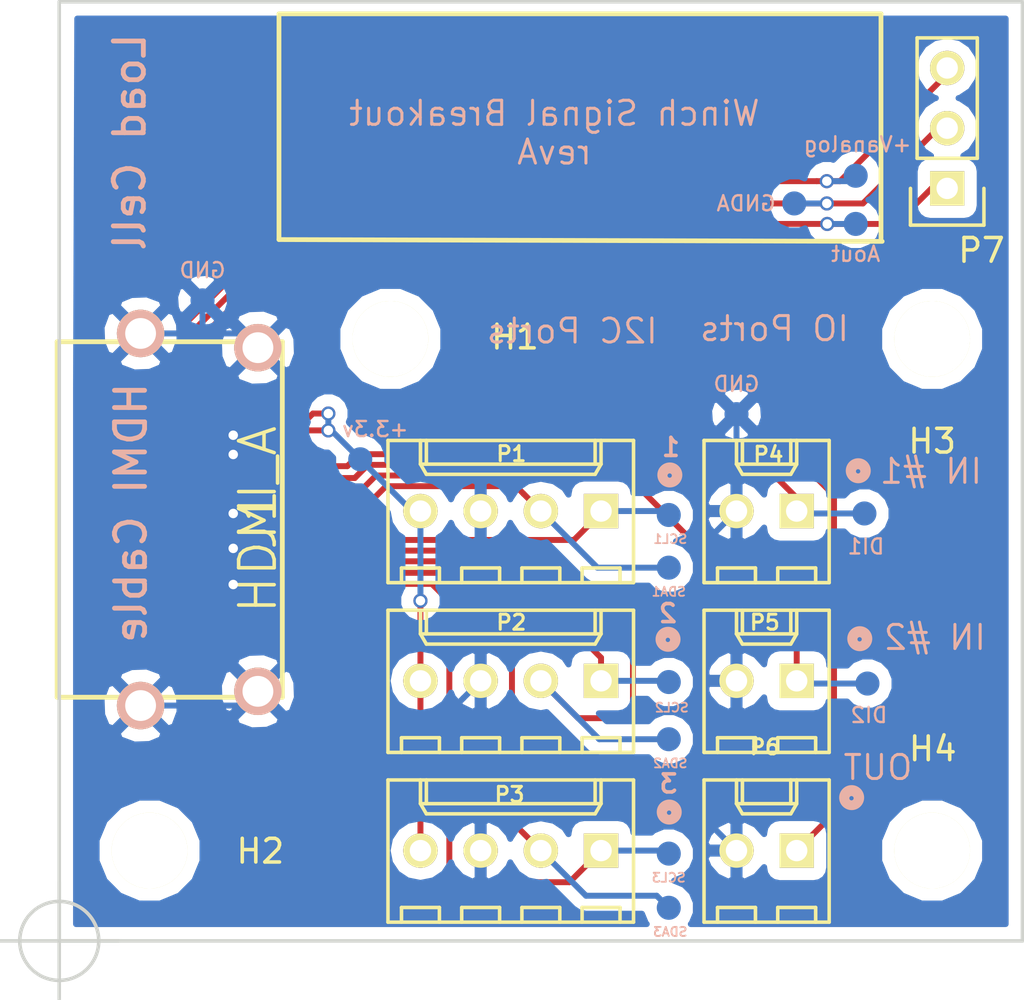
<source format=kicad_pcb>
(kicad_pcb (version 4) (host pcbnew 4.0.2-stable)

  (general
    (links 44)
    (no_connects 0)
    (area 99.1 60.625 144.173334 104.1)
    (thickness 1.6)
    (drawings 38)
    (tracks 177)
    (zones 0)
    (modules 29)
    (nets 15)
  )

  (page USLetter)
  (title_block
    (title "Winch Termination Board")
    (date 10-Sep-2018)
    (rev revA)
    (company "Ten Mile Square Technologies")
  )

  (layers
    (0 F.Cu signal)
    (31 B.Cu signal)
    (32 B.Adhes user)
    (33 F.Adhes user)
    (34 B.Paste user)
    (35 F.Paste user)
    (36 B.SilkS user)
    (37 F.SilkS user)
    (38 B.Mask user)
    (39 F.Mask user)
    (40 Dwgs.User user)
    (41 Cmts.User user)
    (42 Eco1.User user)
    (43 Eco2.User user)
    (44 Edge.Cuts user)
    (45 Margin user)
    (46 B.CrtYd user)
    (47 F.CrtYd user)
    (48 B.Fab user)
    (49 F.Fab user)
  )

  (setup
    (last_trace_width 0.25)
    (trace_clearance 0.2)
    (zone_clearance 0.508)
    (zone_45_only no)
    (trace_min 0.2)
    (segment_width 0.2)
    (edge_width 0.15)
    (via_size 0.6)
    (via_drill 0.4)
    (via_min_size 0.4)
    (via_min_drill 0.3)
    (uvia_size 0.3)
    (uvia_drill 0.1)
    (uvias_allowed no)
    (uvia_min_size 0.2)
    (uvia_min_drill 0.1)
    (pcb_text_width 0.3)
    (pcb_text_size 1.5 1.5)
    (mod_edge_width 0.15)
    (mod_text_size 1 1)
    (mod_text_width 0.15)
    (pad_size 1.524 1.524)
    (pad_drill 0.762)
    (pad_to_mask_clearance 0.0762)
    (solder_mask_min_width 0.0254)
    (pad_to_paste_clearance -0.0254)
    (aux_axis_origin 0 0)
    (visible_elements FFFFFF7F)
    (pcbplotparams
      (layerselection 0x010fc_80000001)
      (usegerberextensions false)
      (excludeedgelayer true)
      (linewidth 0.050000)
      (plotframeref false)
      (viasonmask false)
      (mode 1)
      (useauxorigin false)
      (hpglpennumber 1)
      (hpglpenspeed 20)
      (hpglpendiameter 15)
      (hpglpenoverlay 2)
      (psnegative false)
      (psa4output false)
      (plotreference false)
      (plotvalue true)
      (plotinvisibletext false)
      (padsonsilk false)
      (subtractmaskfromsilk false)
      (outputformat 1)
      (mirror false)
      (drillshape 0)
      (scaleselection 1)
      (outputdirectory ProjectOutputs/))
  )

  (net 0 "")
  (net 1 GNDD)
  (net 2 +Vanalog)
  (net 3 GNDA)
  (net 4 /Main/Aout)
  (net 5 /Main/SCL3)
  (net 6 /Main/SDA3)
  (net 7 /Main/SCL2)
  (net 8 /Main/SDA2)
  (net 9 /Main/SCL1)
  (net 10 /Main/SDA1)
  (net 11 /Main/DO)
  (net 12 /Main/DI1)
  (net 13 /Main/DI2)
  (net 14 +3V3)

  (net_class Default "This is the default net class."
    (clearance 0.2)
    (trace_width 0.25)
    (via_dia 0.6)
    (via_drill 0.4)
    (uvia_dia 0.3)
    (uvia_drill 0.1)
    (add_net +3V3)
    (add_net +Vanalog)
    (add_net /Main/Aout)
    (add_net /Main/DI1)
    (add_net /Main/DI2)
    (add_net /Main/DO)
    (add_net /Main/SCL1)
    (add_net /Main/SCL2)
    (add_net /Main/SCL3)
    (add_net /Main/SDA1)
    (add_net /Main/SDA2)
    (add_net /Main/SDA3)
    (add_net GNDA)
    (add_net GNDD)
  )

  (module _Connector:Fiducial_0.040_Top (layer F.Cu) (tedit 57AA2203) (tstamp 5B951299)
    (at 112.268 99.7712)
    (descr "Mesurement Point, Round, SMD Pad, DM 1.5mm,")
    (tags "Mesurement Point Round SMD Pad 1.5mm")
    (path /5B93FC0D/5B94FE95)
    (attr virtual)
    (fp_text reference FID1 (at 0.1778 -1.524) (layer F.SilkS) hide
      (effects (font (size 0.635 0.635) (thickness 0.1016)))
    )
    (fp_text value Fiducial_Top (at 0 2) (layer F.Fab) hide
      (effects (font (size 0.635 0.635) (thickness 0.127)))
    )
    (fp_circle (center 0 0) (end 1.016 0) (layer F.CrtYd) (width 0.05))
    (pad 1 smd circle (at 0 0) (size 1.016 1.016) (layers F.Cu F.Mask)
      (solder_mask_margin 0.508) (zone_connect 0) (thermal_width 2.032))
  )

  (module _Connector:Fiducial_0.040_Top (layer F.Cu) (tedit 57AA2203) (tstamp 5B95129E)
    (at 140.4112 85.6234)
    (descr "Mesurement Point, Round, SMD Pad, DM 1.5mm,")
    (tags "Mesurement Point Round SMD Pad 1.5mm")
    (path /5B93FC0D/5B94FF3C)
    (attr virtual)
    (fp_text reference FID2 (at 0.1778 -1.524) (layer F.SilkS) hide
      (effects (font (size 0.635 0.635) (thickness 0.1016)))
    )
    (fp_text value Fiducial_Top (at 0 2) (layer F.Fab) hide
      (effects (font (size 0.635 0.635) (thickness 0.127)))
    )
    (fp_circle (center 0 0) (end 1.016 0) (layer F.CrtYd) (width 0.05))
    (pad 1 smd circle (at 0 0) (size 1.016 1.016) (layers F.Cu F.Mask)
      (solder_mask_margin 0.508) (zone_connect 0) (thermal_width 2.032))
  )

  (module _Connector:Fiducial_0.040_Top (layer F.Cu) (tedit 57AA2203) (tstamp 5B9512A3)
    (at 102.87 63.5)
    (descr "Mesurement Point, Round, SMD Pad, DM 1.5mm,")
    (tags "Mesurement Point Round SMD Pad 1.5mm")
    (path /5B93FC0D/5B94FF61)
    (attr virtual)
    (fp_text reference FID3 (at 0.1778 -1.524) (layer F.SilkS) hide
      (effects (font (size 0.635 0.635) (thickness 0.1016)))
    )
    (fp_text value Fiducial_Top (at 0 2) (layer F.Fab) hide
      (effects (font (size 0.635 0.635) (thickness 0.127)))
    )
    (fp_circle (center 0 0) (end 1.016 0) (layer F.CrtYd) (width 0.05))
    (pad 1 smd circle (at 0 0) (size 1.016 1.016) (layers F.Cu F.Mask)
      (solder_mask_margin 0.508) (zone_connect 0) (thermal_width 2.032))
  )

  (module _Connector:MountingHole_3.2mm_M3 (layer F.Cu) (tedit 579F4E14) (tstamp 5B9512A8)
    (at 115.57 76.2)
    (descr "Mounting Hole 3.2mm, no annular, M3")
    (tags "mounting hole 3.2mm no annular m3")
    (path /5B93FC0D/5B94FFB7)
    (fp_text reference H1 (at 5.2578 -0.0762) (layer F.SilkS)
      (effects (font (size 1 1) (thickness 0.15)))
    )
    (fp_text value HOLE_GNDD (at 0 4.2) (layer F.Fab) hide
      (effects (font (size 1 1) (thickness 0.15)))
    )
    (fp_circle (center 0 0) (end 3.2 0) (layer Cmts.User) (width 0.15))
    (fp_circle (center 0 0) (end 3.45 0) (layer F.CrtYd) (width 0.05))
    (pad 1 np_thru_hole circle (at 0 0) (size 3.2 3.2) (drill 3.2) (layers *.Cu *.Mask F.SilkS))
  )

  (module _Connector:MountingHole_3.2mm_M3 (layer F.Cu) (tedit 579F4E14) (tstamp 5B9512AD)
    (at 105.41 97.79)
    (descr "Mounting Hole 3.2mm, no annular, M3")
    (tags "mounting hole 3.2mm no annular m3")
    (path /5B93FC0D/5B950003)
    (fp_text reference H2 (at 4.6736 0.0254) (layer F.SilkS)
      (effects (font (size 1 1) (thickness 0.15)))
    )
    (fp_text value HOLE_GNDD (at 0 4.2) (layer F.Fab) hide
      (effects (font (size 1 1) (thickness 0.15)))
    )
    (fp_circle (center 0 0) (end 3.2 0) (layer Cmts.User) (width 0.15))
    (fp_circle (center 0 0) (end 3.45 0) (layer F.CrtYd) (width 0.05))
    (pad 1 np_thru_hole circle (at 0 0) (size 3.2 3.2) (drill 3.2) (layers *.Cu *.Mask F.SilkS))
  )

  (module _Connector:MountingHole_3.2mm_M3 (layer F.Cu) (tedit 579F4E14) (tstamp 5B9512B2)
    (at 138.43 76.2)
    (descr "Mounting Hole 3.2mm, no annular, M3")
    (tags "mounting hole 3.2mm no annular m3")
    (path /5B93FC0D/5B950035)
    (fp_text reference H3 (at 0 4.318) (layer F.SilkS)
      (effects (font (size 1 1) (thickness 0.15)))
    )
    (fp_text value HOLE_GNDD (at 0 4.2) (layer F.Fab) hide
      (effects (font (size 1 1) (thickness 0.15)))
    )
    (fp_circle (center 0 0) (end 3.2 0) (layer Cmts.User) (width 0.15))
    (fp_circle (center 0 0) (end 3.45 0) (layer F.CrtYd) (width 0.05))
    (pad 1 np_thru_hole circle (at 0 0) (size 3.2 3.2) (drill 3.2) (layers *.Cu *.Mask F.SilkS))
  )

  (module _Connector:MountingHole_3.2mm_M3 (layer F.Cu) (tedit 579F4E14) (tstamp 5B9512B7)
    (at 138.43 97.79)
    (descr "Mounting Hole 3.2mm, no annular, M3")
    (tags "mounting hole 3.2mm no annular m3")
    (path /5B93FC0D/5B950064)
    (fp_text reference H4 (at 0.0254 -4.2926) (layer F.SilkS)
      (effects (font (size 1 1) (thickness 0.15)))
    )
    (fp_text value HOLE_GNDD (at 0 4.2) (layer F.Fab) hide
      (effects (font (size 1 1) (thickness 0.15)))
    )
    (fp_circle (center 0 0) (end 3.2 0) (layer Cmts.User) (width 0.15))
    (fp_circle (center 0 0) (end 3.45 0) (layer F.CrtYd) (width 0.05))
    (pad 1 np_thru_hole circle (at 0 0) (size 3.2 3.2) (drill 3.2) (layers *.Cu *.Mask F.SilkS))
  )

  (module _Connector:FCI_10029449-11[13]RLF (layer F.Cu) (tedit 52A934C8) (tstamp 5B9512D2)
    (at 109.982 83.82 270)
    (path /5B93FC0D/5B951EE4)
    (fp_text reference J1 (at 0 0 270) (layer F.SilkS)
      (effects (font (size 1.5 1.5) (thickness 0.15)))
    )
    (fp_text value HDMI_A (at 0 0 270) (layer F.SilkS)
      (effects (font (size 1.5 1.5) (thickness 0.15)))
    )
    (fp_line (start -7.5 -1.03) (end 7.5 -1.03) (layer F.SilkS) (width 0.2032))
    (fp_line (start -7.5 8.47) (end -7.5 -1.03) (layer F.SilkS) (width 0.2032))
    (fp_line (start 7.5 8.47) (end 7.5 -1.03) (layer F.SilkS) (width 0.2032))
    (fp_line (start 7.5 8.47) (end -7.5 8.47) (layer F.SilkS) (width 0.2032))
    (pad SHLD thru_hole circle (at -7.85 4.95 270) (size 2 2) (drill 1.3) (layers *.Cu *.SilkS *.Mask)
      (net 1 GNDD))
    (pad SHLD thru_hole circle (at 7.85 4.95 270) (size 2 2) (drill 1.3) (layers *.Cu *.SilkS *.Mask)
      (net 1 GNDD))
    (pad SHLD thru_hole circle (at -7.25 0 270) (size 2 2) (drill 1.3) (layers *.Cu *.SilkS *.Mask)
      (net 1 GNDD))
    (pad SHLD thru_hole circle (at 7.25 0 270) (size 2 2) (drill 1.3) (layers *.Cu *.SilkS *.Mask)
      (net 1 GNDD))
    (pad 1 smd rect (at 4.75 -0.9 270) (size 0.3 1.9) (layers F.Cu F.Paste F.Mask)
      (net 2 +Vanalog))
    (pad 2 smd rect (at 4.25 -0.9 270) (size 0.3 1.9) (layers F.Cu F.Paste F.Mask)
      (net 3 GNDA))
    (pad 3 smd rect (at 3.75 -0.9 270) (size 0.3 1.9) (layers F.Cu F.Paste F.Mask)
      (net 4 /Main/Aout))
    (pad 4 smd rect (at 3.25 -0.9 270) (size 0.3 1.9) (layers F.Cu F.Paste F.Mask)
      (net 5 /Main/SCL3))
    (pad 5 smd rect (at 2.75 -0.9 270) (size 0.3 1.9) (layers F.Cu F.Paste F.Mask)
      (net 1 GNDD))
    (pad 6 smd rect (at 2.25 -0.9 270) (size 0.3 1.9) (layers F.Cu F.Paste F.Mask)
      (net 6 /Main/SDA3))
    (pad 7 smd rect (at 1.75 -0.9 270) (size 0.3 1.9) (layers F.Cu F.Paste F.Mask)
      (net 7 /Main/SCL2))
    (pad 8 smd rect (at 1.25 -0.9 270) (size 0.3 1.9) (layers F.Cu F.Paste F.Mask)
      (net 1 GNDD))
    (pad 9 smd rect (at 0.75 -0.9 270) (size 0.3 1.9) (layers F.Cu F.Paste F.Mask)
      (net 8 /Main/SDA2))
    (pad 10 smd rect (at 0.25 -0.9 270) (size 0.3 1.9) (layers F.Cu F.Paste F.Mask)
      (net 9 /Main/SCL1))
    (pad 11 smd rect (at -0.25 -0.9 270) (size 0.3 1.9) (layers F.Cu F.Paste F.Mask)
      (net 1 GNDD))
    (pad 12 smd rect (at -0.75 -0.9 270) (size 0.3 1.9) (layers F.Cu F.Paste F.Mask)
      (net 10 /Main/SDA1))
    (pad 13 smd rect (at -1.25 -0.9 270) (size 0.3 1.9) (layers F.Cu F.Paste F.Mask)
      (net 13 /Main/DI2))
    (pad 14 smd rect (at -1.75 -0.9 270) (size 0.3 1.9) (layers F.Cu F.Paste F.Mask)
      (net 12 /Main/DI1))
    (pad 15 smd rect (at -2.25 -0.9 270) (size 0.3 1.9) (layers F.Cu F.Paste F.Mask)
      (net 11 /Main/DO))
    (pad 16 smd rect (at -2.75 -0.9 270) (size 0.3 1.9) (layers F.Cu F.Paste F.Mask)
      (net 1 GNDD))
    (pad 17 smd rect (at -3.25 -0.9 270) (size 0.3 1.9) (layers F.Cu F.Paste F.Mask)
      (net 1 GNDD))
    (pad 18 smd rect (at -3.75 -0.9 270) (size 0.3 1.9) (layers F.Cu F.Paste F.Mask)
      (net 14 +3V3))
    (pad 19 smd rect (at -4.25 -0.9 270) (size 0.3 1.9) (layers F.Cu F.Paste F.Mask)
      (net 14 +3V3))
  )

  (module _Connector:0.100_1x3_small (layer F.Cu) (tedit 5795573C) (tstamp 5B952354)
    (at 139.065 67.31 180)
    (descr "Through hole pin header")
    (tags "pin header")
    (path /5B93FC0D/5B93FF1F)
    (fp_text reference P7 (at -1.4478 -5.1562 180) (layer F.SilkS)
      (effects (font (size 1 1) (thickness 0.15)))
    )
    (fp_text value CONN_01X03 (at 0 5.56 180) (layer F.Fab) hide
      (effects (font (size 1 1) (thickness 0.15)))
    )
    (fp_line (start -1.75 -4.29) (end -1.75 4.31) (layer F.CrtYd) (width 0.05))
    (fp_line (start 1.75 -4.29) (end 1.75 4.31) (layer F.CrtYd) (width 0.05))
    (fp_line (start -1.75 -4.29) (end 1.75 -4.29) (layer F.CrtYd) (width 0.05))
    (fp_line (start -1.75 4.31) (end 1.75 4.31) (layer F.CrtYd) (width 0.05))
    (fp_line (start -1.27 -1.27) (end -1.27 3.81) (layer F.SilkS) (width 0.15))
    (fp_line (start -1.27 3.81) (end 1.27 3.81) (layer F.SilkS) (width 0.15))
    (fp_line (start 1.27 3.81) (end 1.27 -1.27) (layer F.SilkS) (width 0.15))
    (fp_line (start 1.55 -4.09) (end 1.55 -2.54) (layer F.SilkS) (width 0.15))
    (fp_line (start 1.27 -1.27) (end -1.27 -1.27) (layer F.SilkS) (width 0.15))
    (fp_line (start -1.55 -2.54) (end -1.55 -4.09) (layer F.SilkS) (width 0.15))
    (fp_line (start -1.55 -4.09) (end 1.55 -4.09) (layer F.SilkS) (width 0.15))
    (pad 1 thru_hole rect (at 0 -2.54 180) (size 1.45 1.45) (drill 0.9) (layers *.Cu *.Mask F.SilkS)
      (net 4 /Main/Aout))
    (pad 2 thru_hole oval (at 0 0 180) (size 1.45 1.45) (drill 0.9) (layers *.Cu *.Mask F.SilkS)
      (net 3 GNDA))
    (pad 3 thru_hole oval (at 0 2.54 180) (size 1.45 1.45) (drill 0.9) (layers *.Cu *.Mask F.SilkS)
      (net 2 +Vanalog))
    (model Pin_Headers.3dshapes/Pin_Header_Straight_1x03.wrl
      (at (xyz 0 -0.1 0))
      (scale (xyz 1 1 1))
      (rotate (xyz 0 0 90))
    )
  )

  (module _Connector:Molex_KK-6410-04_04x2.54mm_Straight (layer F.Cu) (tedit 579C7212) (tstamp 5B9525DC)
    (at 120.65 83.4644 180)
    (descr "Connector Headers with Friction Lock, 22-27-2041, http://www.molex.com/pdm_docs/sd/022272021_sd.pdf")
    (tags "connector molex kk_6410 22-27-2041")
    (path /5B93FC0D/5B951FA2)
    (fp_text reference P1 (at -0.0254 2.413 360) (layer F.SilkS)
      (effects (font (size 0.635 0.635) (thickness 0.127)))
    )
    (fp_text value CONN_01X04 (at 3.5306 5.9436 180) (layer F.Fab) hide
      (effects (font (size 1 1) (thickness 0.15)))
    )
    (fp_line (start -5.18 -3.02) (end -5.18 2.98) (layer F.SilkS) (width 0.15))
    (fp_line (start -5.18 2.98) (end 5.18 2.98) (layer F.SilkS) (width 0.15))
    (fp_line (start 5.18 2.98) (end 5.18 -3.02) (layer F.SilkS) (width 0.15))
    (fp_line (start 5.18 -3.02) (end -5.18 -3.02) (layer F.SilkS) (width 0.15))
    (fp_line (start -3.81 2.98) (end -3.81 1.98) (layer F.SilkS) (width 0.15))
    (fp_line (start -3.81 1.98) (end 3.81 1.98) (layer F.SilkS) (width 0.15))
    (fp_line (start 3.81 1.98) (end 3.81 2.98) (layer F.SilkS) (width 0.15))
    (fp_line (start -3.81 1.98) (end -3.56 1.55) (layer F.SilkS) (width 0.15))
    (fp_line (start -3.56 1.55) (end 3.56 1.55) (layer F.SilkS) (width 0.15))
    (fp_line (start 3.56 1.55) (end 3.81 1.98) (layer F.SilkS) (width 0.15))
    (fp_line (start -3.56 2.98) (end -3.56 1.98) (layer F.SilkS) (width 0.15))
    (fp_line (start 3.56 2.98) (end 3.56 1.98) (layer F.SilkS) (width 0.15))
    (fp_line (start -4.61 -3.02) (end -4.61 -2.4) (layer F.SilkS) (width 0.15))
    (fp_line (start -4.61 -2.4) (end -3.01 -2.4) (layer F.SilkS) (width 0.15))
    (fp_line (start -3.01 -2.4) (end -3.01 -3.02) (layer F.SilkS) (width 0.15))
    (fp_line (start -2.07 -3.02) (end -2.07 -2.4) (layer F.SilkS) (width 0.15))
    (fp_line (start -2.07 -2.4) (end -0.47 -2.4) (layer F.SilkS) (width 0.15))
    (fp_line (start -0.47 -2.4) (end -0.47 -3.02) (layer F.SilkS) (width 0.15))
    (fp_line (start 0.47 -3.02) (end 0.47 -2.4) (layer F.SilkS) (width 0.15))
    (fp_line (start 0.47 -2.4) (end 2.07 -2.4) (layer F.SilkS) (width 0.15))
    (fp_line (start 2.07 -2.4) (end 2.07 -3.02) (layer F.SilkS) (width 0.15))
    (fp_line (start 3.01 -3.02) (end 3.01 -2.4) (layer F.SilkS) (width 0.15))
    (fp_line (start 3.01 -2.4) (end 4.61 -2.4) (layer F.SilkS) (width 0.15))
    (fp_line (start 4.61 -2.4) (end 4.61 -3.02) (layer F.SilkS) (width 0.15))
    (fp_line (start -5.71 3.5) (end -5.71 -3.55) (layer F.CrtYd) (width 0.05))
    (fp_line (start -5.71 -3.55) (end 5.69 -3.55) (layer F.CrtYd) (width 0.05))
    (fp_line (start 5.69 -3.55) (end 5.69 3.5) (layer F.CrtYd) (width 0.05))
    (fp_line (start 5.69 3.5) (end -5.71 3.5) (layer F.CrtYd) (width 0.05))
    (pad 1 thru_hole rect (at -3.81 0 180) (size 1.45 1.45) (drill 0.9) (layers *.Cu *.Mask F.SilkS)
      (net 9 /Main/SCL1))
    (pad 2 thru_hole oval (at -1.27 0 180) (size 1.45 1.45) (drill 0.9) (layers *.Cu *.Mask F.SilkS)
      (net 10 /Main/SDA1))
    (pad 3 thru_hole oval (at 1.27 0 180) (size 1.45 1.45) (drill 0.9) (layers *.Cu *.Mask F.SilkS)
      (net 1 GNDD))
    (pad 4 thru_hole oval (at 3.81 0 180) (size 1.45 1.45) (drill 0.9) (layers *.Cu *.Mask F.SilkS)
      (net 14 +3V3))
  )

  (module _Connector:Molex_KK-6410-04_04x2.54mm_Straight (layer F.Cu) (tedit 579C7212) (tstamp 5B9525FF)
    (at 120.65 90.6272 180)
    (descr "Connector Headers with Friction Lock, 22-27-2041, http://www.molex.com/pdm_docs/sd/022272021_sd.pdf")
    (tags "connector molex kk_6410 22-27-2041")
    (path /5B93FC0D/5B94F646)
    (fp_text reference P2 (at -0.0254 2.4638 360) (layer F.SilkS)
      (effects (font (size 0.635 0.635) (thickness 0.127)))
    )
    (fp_text value CONN_01X04 (at 3.5306 5.9436 180) (layer F.Fab) hide
      (effects (font (size 1 1) (thickness 0.15)))
    )
    (fp_line (start -5.18 -3.02) (end -5.18 2.98) (layer F.SilkS) (width 0.15))
    (fp_line (start -5.18 2.98) (end 5.18 2.98) (layer F.SilkS) (width 0.15))
    (fp_line (start 5.18 2.98) (end 5.18 -3.02) (layer F.SilkS) (width 0.15))
    (fp_line (start 5.18 -3.02) (end -5.18 -3.02) (layer F.SilkS) (width 0.15))
    (fp_line (start -3.81 2.98) (end -3.81 1.98) (layer F.SilkS) (width 0.15))
    (fp_line (start -3.81 1.98) (end 3.81 1.98) (layer F.SilkS) (width 0.15))
    (fp_line (start 3.81 1.98) (end 3.81 2.98) (layer F.SilkS) (width 0.15))
    (fp_line (start -3.81 1.98) (end -3.56 1.55) (layer F.SilkS) (width 0.15))
    (fp_line (start -3.56 1.55) (end 3.56 1.55) (layer F.SilkS) (width 0.15))
    (fp_line (start 3.56 1.55) (end 3.81 1.98) (layer F.SilkS) (width 0.15))
    (fp_line (start -3.56 2.98) (end -3.56 1.98) (layer F.SilkS) (width 0.15))
    (fp_line (start 3.56 2.98) (end 3.56 1.98) (layer F.SilkS) (width 0.15))
    (fp_line (start -4.61 -3.02) (end -4.61 -2.4) (layer F.SilkS) (width 0.15))
    (fp_line (start -4.61 -2.4) (end -3.01 -2.4) (layer F.SilkS) (width 0.15))
    (fp_line (start -3.01 -2.4) (end -3.01 -3.02) (layer F.SilkS) (width 0.15))
    (fp_line (start -2.07 -3.02) (end -2.07 -2.4) (layer F.SilkS) (width 0.15))
    (fp_line (start -2.07 -2.4) (end -0.47 -2.4) (layer F.SilkS) (width 0.15))
    (fp_line (start -0.47 -2.4) (end -0.47 -3.02) (layer F.SilkS) (width 0.15))
    (fp_line (start 0.47 -3.02) (end 0.47 -2.4) (layer F.SilkS) (width 0.15))
    (fp_line (start 0.47 -2.4) (end 2.07 -2.4) (layer F.SilkS) (width 0.15))
    (fp_line (start 2.07 -2.4) (end 2.07 -3.02) (layer F.SilkS) (width 0.15))
    (fp_line (start 3.01 -3.02) (end 3.01 -2.4) (layer F.SilkS) (width 0.15))
    (fp_line (start 3.01 -2.4) (end 4.61 -2.4) (layer F.SilkS) (width 0.15))
    (fp_line (start 4.61 -2.4) (end 4.61 -3.02) (layer F.SilkS) (width 0.15))
    (fp_line (start -5.71 3.5) (end -5.71 -3.55) (layer F.CrtYd) (width 0.05))
    (fp_line (start -5.71 -3.55) (end 5.69 -3.55) (layer F.CrtYd) (width 0.05))
    (fp_line (start 5.69 -3.55) (end 5.69 3.5) (layer F.CrtYd) (width 0.05))
    (fp_line (start 5.69 3.5) (end -5.71 3.5) (layer F.CrtYd) (width 0.05))
    (pad 1 thru_hole rect (at -3.81 0 180) (size 1.45 1.45) (drill 0.9) (layers *.Cu *.Mask F.SilkS)
      (net 7 /Main/SCL2))
    (pad 2 thru_hole oval (at -1.27 0 180) (size 1.45 1.45) (drill 0.9) (layers *.Cu *.Mask F.SilkS)
      (net 8 /Main/SDA2))
    (pad 3 thru_hole oval (at 1.27 0 180) (size 1.45 1.45) (drill 0.9) (layers *.Cu *.Mask F.SilkS)
      (net 1 GNDD))
    (pad 4 thru_hole oval (at 3.81 0 180) (size 1.45 1.45) (drill 0.9) (layers *.Cu *.Mask F.SilkS)
      (net 14 +3V3))
  )

  (module _Connector:Molex_KK-6410-04_04x2.54mm_Straight (layer F.Cu) (tedit 579C7212) (tstamp 5B952622)
    (at 120.65 97.79 180)
    (descr "Connector Headers with Friction Lock, 22-27-2041, http://www.molex.com/pdm_docs/sd/022272021_sd.pdf")
    (tags "connector molex kk_6410 22-27-2041")
    (path /5B93FC0D/5B94F60A)
    (fp_text reference P3 (at 0.0508 2.3622 360) (layer F.SilkS)
      (effects (font (size 0.635 0.635) (thickness 0.127)))
    )
    (fp_text value CONN_01X04 (at 3.5306 5.9436 180) (layer F.Fab) hide
      (effects (font (size 1 1) (thickness 0.15)))
    )
    (fp_line (start -5.18 -3.02) (end -5.18 2.98) (layer F.SilkS) (width 0.15))
    (fp_line (start -5.18 2.98) (end 5.18 2.98) (layer F.SilkS) (width 0.15))
    (fp_line (start 5.18 2.98) (end 5.18 -3.02) (layer F.SilkS) (width 0.15))
    (fp_line (start 5.18 -3.02) (end -5.18 -3.02) (layer F.SilkS) (width 0.15))
    (fp_line (start -3.81 2.98) (end -3.81 1.98) (layer F.SilkS) (width 0.15))
    (fp_line (start -3.81 1.98) (end 3.81 1.98) (layer F.SilkS) (width 0.15))
    (fp_line (start 3.81 1.98) (end 3.81 2.98) (layer F.SilkS) (width 0.15))
    (fp_line (start -3.81 1.98) (end -3.56 1.55) (layer F.SilkS) (width 0.15))
    (fp_line (start -3.56 1.55) (end 3.56 1.55) (layer F.SilkS) (width 0.15))
    (fp_line (start 3.56 1.55) (end 3.81 1.98) (layer F.SilkS) (width 0.15))
    (fp_line (start -3.56 2.98) (end -3.56 1.98) (layer F.SilkS) (width 0.15))
    (fp_line (start 3.56 2.98) (end 3.56 1.98) (layer F.SilkS) (width 0.15))
    (fp_line (start -4.61 -3.02) (end -4.61 -2.4) (layer F.SilkS) (width 0.15))
    (fp_line (start -4.61 -2.4) (end -3.01 -2.4) (layer F.SilkS) (width 0.15))
    (fp_line (start -3.01 -2.4) (end -3.01 -3.02) (layer F.SilkS) (width 0.15))
    (fp_line (start -2.07 -3.02) (end -2.07 -2.4) (layer F.SilkS) (width 0.15))
    (fp_line (start -2.07 -2.4) (end -0.47 -2.4) (layer F.SilkS) (width 0.15))
    (fp_line (start -0.47 -2.4) (end -0.47 -3.02) (layer F.SilkS) (width 0.15))
    (fp_line (start 0.47 -3.02) (end 0.47 -2.4) (layer F.SilkS) (width 0.15))
    (fp_line (start 0.47 -2.4) (end 2.07 -2.4) (layer F.SilkS) (width 0.15))
    (fp_line (start 2.07 -2.4) (end 2.07 -3.02) (layer F.SilkS) (width 0.15))
    (fp_line (start 3.01 -3.02) (end 3.01 -2.4) (layer F.SilkS) (width 0.15))
    (fp_line (start 3.01 -2.4) (end 4.61 -2.4) (layer F.SilkS) (width 0.15))
    (fp_line (start 4.61 -2.4) (end 4.61 -3.02) (layer F.SilkS) (width 0.15))
    (fp_line (start -5.71 3.5) (end -5.71 -3.55) (layer F.CrtYd) (width 0.05))
    (fp_line (start -5.71 -3.55) (end 5.69 -3.55) (layer F.CrtYd) (width 0.05))
    (fp_line (start 5.69 -3.55) (end 5.69 3.5) (layer F.CrtYd) (width 0.05))
    (fp_line (start 5.69 3.5) (end -5.71 3.5) (layer F.CrtYd) (width 0.05))
    (pad 1 thru_hole rect (at -3.81 0 180) (size 1.45 1.45) (drill 0.9) (layers *.Cu *.Mask F.SilkS)
      (net 5 /Main/SCL3))
    (pad 2 thru_hole oval (at -1.27 0 180) (size 1.45 1.45) (drill 0.9) (layers *.Cu *.Mask F.SilkS)
      (net 6 /Main/SDA3))
    (pad 3 thru_hole oval (at 1.27 0 180) (size 1.45 1.45) (drill 0.9) (layers *.Cu *.Mask F.SilkS)
      (net 1 GNDD))
    (pad 4 thru_hole oval (at 3.81 0 180) (size 1.45 1.45) (drill 0.9) (layers *.Cu *.Mask F.SilkS)
      (net 14 +3V3))
  )

  (module _Connector:Molex_KK-6410-02_02x2.54mm_Straight (layer F.Cu) (tedit 579C71D3) (tstamp 5B952645)
    (at 131.445 83.4644 180)
    (descr "Connector Headers with Friction Lock, 22-27-2021, http://www.molex.com/pdm_docs/sd/022272021_sd.pdf")
    (tags "connector molex kk_6410 22-27-2021")
    (path /5B93FC0D/5B940168)
    (fp_text reference P4 (at -0.0762 2.3876 180) (layer F.SilkS)
      (effects (font (size 0.635 0.635) (thickness 0.127)))
    )
    (fp_text value CONN_01X02 (at 0.9398 5.7658 180) (layer F.Fab) hide
      (effects (font (size 1 1) (thickness 0.15)))
    )
    (fp_line (start -2.64 -3.02) (end -2.64 2.98) (layer F.SilkS) (width 0.15))
    (fp_line (start -2.64 2.98) (end 2.64 2.98) (layer F.SilkS) (width 0.15))
    (fp_line (start 2.64 2.98) (end 2.64 -3.02) (layer F.SilkS) (width 0.15))
    (fp_line (start 2.64 -3.02) (end -2.64 -3.02) (layer F.SilkS) (width 0.15))
    (fp_line (start -1.27 2.98) (end -1.27 1.98) (layer F.SilkS) (width 0.15))
    (fp_line (start -1.27 1.98) (end 1.27 1.98) (layer F.SilkS) (width 0.15))
    (fp_line (start 1.27 1.98) (end 1.27 2.98) (layer F.SilkS) (width 0.15))
    (fp_line (start -1.27 1.98) (end -1.02 1.55) (layer F.SilkS) (width 0.15))
    (fp_line (start -1.02 1.55) (end 1.02 1.55) (layer F.SilkS) (width 0.15))
    (fp_line (start 1.02 1.55) (end 1.27 1.98) (layer F.SilkS) (width 0.15))
    (fp_line (start -1.02 2.98) (end -1.02 1.98) (layer F.SilkS) (width 0.15))
    (fp_line (start 1.02 2.98) (end 1.02 1.98) (layer F.SilkS) (width 0.15))
    (fp_line (start -2.07 -3.02) (end -2.07 -2.4) (layer F.SilkS) (width 0.15))
    (fp_line (start -2.07 -2.4) (end -0.47 -2.4) (layer F.SilkS) (width 0.15))
    (fp_line (start -0.47 -2.4) (end -0.47 -3.02) (layer F.SilkS) (width 0.15))
    (fp_line (start 0.47 -3.02) (end 0.47 -2.4) (layer F.SilkS) (width 0.15))
    (fp_line (start 0.47 -2.4) (end 2.07 -2.4) (layer F.SilkS) (width 0.15))
    (fp_line (start 2.07 -2.4) (end 2.07 -3.02) (layer F.SilkS) (width 0.15))
    (fp_line (start -3.17 3.5) (end -3.17 -3.55) (layer F.CrtYd) (width 0.05))
    (fp_line (start -3.17 -3.55) (end 3.18 -3.55) (layer F.CrtYd) (width 0.05))
    (fp_line (start 3.18 -3.55) (end 3.18 3.5) (layer F.CrtYd) (width 0.05))
    (fp_line (start 3.18 3.5) (end -3.17 3.5) (layer F.CrtYd) (width 0.05))
    (pad 1 thru_hole rect (at -1.27 0 180) (size 1.45 1.45) (drill 0.9) (layers *.Cu *.Mask F.SilkS)
      (net 12 /Main/DI1))
    (pad 2 thru_hole oval (at 1.27 0 180) (size 1.45 1.45) (drill 0.9) (layers *.Cu *.Mask F.SilkS)
      (net 1 GNDD))
  )

  (module _Connector:Molex_KK-6410-02_02x2.54mm_Straight (layer F.Cu) (tedit 579C71D3) (tstamp 5B952660)
    (at 131.445 90.6272 180)
    (descr "Connector Headers with Friction Lock, 22-27-2021, http://www.molex.com/pdm_docs/sd/022272021_sd.pdf")
    (tags "connector molex kk_6410 22-27-2021")
    (path /5B93FC0D/5B940141)
    (fp_text reference P5 (at 0.0762 2.4638 180) (layer F.SilkS)
      (effects (font (size 0.635 0.635) (thickness 0.127)))
    )
    (fp_text value CONN_01X02 (at 0.9398 5.7658 180) (layer F.Fab) hide
      (effects (font (size 1 1) (thickness 0.15)))
    )
    (fp_line (start -2.64 -3.02) (end -2.64 2.98) (layer F.SilkS) (width 0.15))
    (fp_line (start -2.64 2.98) (end 2.64 2.98) (layer F.SilkS) (width 0.15))
    (fp_line (start 2.64 2.98) (end 2.64 -3.02) (layer F.SilkS) (width 0.15))
    (fp_line (start 2.64 -3.02) (end -2.64 -3.02) (layer F.SilkS) (width 0.15))
    (fp_line (start -1.27 2.98) (end -1.27 1.98) (layer F.SilkS) (width 0.15))
    (fp_line (start -1.27 1.98) (end 1.27 1.98) (layer F.SilkS) (width 0.15))
    (fp_line (start 1.27 1.98) (end 1.27 2.98) (layer F.SilkS) (width 0.15))
    (fp_line (start -1.27 1.98) (end -1.02 1.55) (layer F.SilkS) (width 0.15))
    (fp_line (start -1.02 1.55) (end 1.02 1.55) (layer F.SilkS) (width 0.15))
    (fp_line (start 1.02 1.55) (end 1.27 1.98) (layer F.SilkS) (width 0.15))
    (fp_line (start -1.02 2.98) (end -1.02 1.98) (layer F.SilkS) (width 0.15))
    (fp_line (start 1.02 2.98) (end 1.02 1.98) (layer F.SilkS) (width 0.15))
    (fp_line (start -2.07 -3.02) (end -2.07 -2.4) (layer F.SilkS) (width 0.15))
    (fp_line (start -2.07 -2.4) (end -0.47 -2.4) (layer F.SilkS) (width 0.15))
    (fp_line (start -0.47 -2.4) (end -0.47 -3.02) (layer F.SilkS) (width 0.15))
    (fp_line (start 0.47 -3.02) (end 0.47 -2.4) (layer F.SilkS) (width 0.15))
    (fp_line (start 0.47 -2.4) (end 2.07 -2.4) (layer F.SilkS) (width 0.15))
    (fp_line (start 2.07 -2.4) (end 2.07 -3.02) (layer F.SilkS) (width 0.15))
    (fp_line (start -3.17 3.5) (end -3.17 -3.55) (layer F.CrtYd) (width 0.05))
    (fp_line (start -3.17 -3.55) (end 3.18 -3.55) (layer F.CrtYd) (width 0.05))
    (fp_line (start 3.18 -3.55) (end 3.18 3.5) (layer F.CrtYd) (width 0.05))
    (fp_line (start 3.18 3.5) (end -3.17 3.5) (layer F.CrtYd) (width 0.05))
    (pad 1 thru_hole rect (at -1.27 0 180) (size 1.45 1.45) (drill 0.9) (layers *.Cu *.Mask F.SilkS)
      (net 13 /Main/DI2))
    (pad 2 thru_hole oval (at 1.27 0 180) (size 1.45 1.45) (drill 0.9) (layers *.Cu *.Mask F.SilkS)
      (net 1 GNDD))
  )

  (module _Connector:Molex_KK-6410-02_02x2.54mm_Straight (layer F.Cu) (tedit 579C71D3) (tstamp 5B9541CA)
    (at 131.445 97.79 180)
    (descr "Connector Headers with Friction Lock, 22-27-2021, http://www.molex.com/pdm_docs/sd/022272021_sd.pdf")
    (tags "connector molex kk_6410 22-27-2021")
    (path /5B93FC0D/5B9557E1)
    (fp_text reference P6 (at 0.0762 4.3688 180) (layer F.SilkS)
      (effects (font (size 0.635 0.635) (thickness 0.127)))
    )
    (fp_text value CONN_01X02 (at 0.9398 5.7658 180) (layer F.Fab) hide
      (effects (font (size 1 1) (thickness 0.15)))
    )
    (fp_line (start -2.64 -3.02) (end -2.64 2.98) (layer F.SilkS) (width 0.15))
    (fp_line (start -2.64 2.98) (end 2.64 2.98) (layer F.SilkS) (width 0.15))
    (fp_line (start 2.64 2.98) (end 2.64 -3.02) (layer F.SilkS) (width 0.15))
    (fp_line (start 2.64 -3.02) (end -2.64 -3.02) (layer F.SilkS) (width 0.15))
    (fp_line (start -1.27 2.98) (end -1.27 1.98) (layer F.SilkS) (width 0.15))
    (fp_line (start -1.27 1.98) (end 1.27 1.98) (layer F.SilkS) (width 0.15))
    (fp_line (start 1.27 1.98) (end 1.27 2.98) (layer F.SilkS) (width 0.15))
    (fp_line (start -1.27 1.98) (end -1.02 1.55) (layer F.SilkS) (width 0.15))
    (fp_line (start -1.02 1.55) (end 1.02 1.55) (layer F.SilkS) (width 0.15))
    (fp_line (start 1.02 1.55) (end 1.27 1.98) (layer F.SilkS) (width 0.15))
    (fp_line (start -1.02 2.98) (end -1.02 1.98) (layer F.SilkS) (width 0.15))
    (fp_line (start 1.02 2.98) (end 1.02 1.98) (layer F.SilkS) (width 0.15))
    (fp_line (start -2.07 -3.02) (end -2.07 -2.4) (layer F.SilkS) (width 0.15))
    (fp_line (start -2.07 -2.4) (end -0.47 -2.4) (layer F.SilkS) (width 0.15))
    (fp_line (start -0.47 -2.4) (end -0.47 -3.02) (layer F.SilkS) (width 0.15))
    (fp_line (start 0.47 -3.02) (end 0.47 -2.4) (layer F.SilkS) (width 0.15))
    (fp_line (start 0.47 -2.4) (end 2.07 -2.4) (layer F.SilkS) (width 0.15))
    (fp_line (start 2.07 -2.4) (end 2.07 -3.02) (layer F.SilkS) (width 0.15))
    (fp_line (start -3.17 3.5) (end -3.17 -3.55) (layer F.CrtYd) (width 0.05))
    (fp_line (start -3.17 -3.55) (end 3.18 -3.55) (layer F.CrtYd) (width 0.05))
    (fp_line (start 3.18 -3.55) (end 3.18 3.5) (layer F.CrtYd) (width 0.05))
    (fp_line (start 3.18 3.5) (end -3.17 3.5) (layer F.CrtYd) (width 0.05))
    (pad 1 thru_hole rect (at -1.27 0 180) (size 1.45 1.45) (drill 0.9) (layers *.Cu *.Mask F.SilkS)
      (net 11 /Main/DO))
    (pad 2 thru_hole oval (at 1.27 0 180) (size 1.45 1.45) (drill 0.9) (layers *.Cu *.Mask F.SilkS)
      (net 1 GNDD))
  )

  (module _Connector:Test_Point_SMD_0.040_Bottom (layer F.Cu) (tedit 5B965E5B) (tstamp 5B9542AA)
    (at 127.3175 83.6295)
    (descr "Mesurement Point, Round, SMD Pad, DM 1.5mm,")
    (tags "Mesurement Point Round SMD Pad 1.5mm")
    (path /5B93FC0D/5B953D14)
    (attr virtual)
    (fp_text reference TT1 (at 0.1778 -1.3208) (layer Dwgs.User) hide
      (effects (font (size 0.635 0.635) (thickness 0.1016)))
    )
    (fp_text value SCL1 (at 0.0635 1.016) (layer B.SilkS)
      (effects (font (size 0.381 0.381) (thickness 0.0762)) (justify mirror))
    )
    (fp_circle (center 0 0) (end 0.7112 0) (layer F.CrtYd) (width 0.05))
    (pad 1 smd circle (at 0 0) (size 1.016 1.016) (layers B.Cu B.Mask)
      (net 9 /Main/SCL1))
  )

  (module _Connector:Test_Point_SMD_0.040_Bottom (layer F.Cu) (tedit 5B965E50) (tstamp 5B9542AE)
    (at 127.3175 85.852)
    (descr "Mesurement Point, Round, SMD Pad, DM 1.5mm,")
    (tags "Mesurement Point Round SMD Pad 1.5mm")
    (path /5B93FC0D/5B953D89)
    (attr virtual)
    (fp_text reference TT2 (at 0.1778 -1.3208) (layer Dwgs.User) hide
      (effects (font (size 0.635 0.635) (thickness 0.1016)))
    )
    (fp_text value SDA1 (at 0 1.016) (layer B.SilkS)
      (effects (font (size 0.381 0.381) (thickness 0.0762)) (justify mirror))
    )
    (fp_circle (center 0 0) (end 0.7112 0) (layer F.CrtYd) (width 0.05))
    (pad 1 smd circle (at 0 0) (size 1.016 1.016) (layers B.Cu B.Mask)
      (net 10 /Main/SDA1))
  )

  (module _Connector:Test_Point_SMD_0.040_Bottom (layer F.Cu) (tedit 5B965C4A) (tstamp 5B9542B2)
    (at 127.3175 90.678)
    (descr "Mesurement Point, Round, SMD Pad, DM 1.5mm,")
    (tags "Mesurement Point Round SMD Pad 1.5mm")
    (path /5B93FC0D/5B9530D8)
    (attr virtual)
    (fp_text reference TT3 (at 0.1778 -1.3208) (layer Dwgs.User) hide
      (effects (font (size 0.635 0.635) (thickness 0.1016)))
    )
    (fp_text value SCL2 (at 0.127 1.0795) (layer B.SilkS)
      (effects (font (size 0.381 0.381) (thickness 0.0762)) (justify mirror))
    )
    (fp_circle (center 0 0) (end 0.7112 0) (layer F.CrtYd) (width 0.05))
    (pad 1 smd circle (at 0 0) (size 1.016 1.016) (layers B.Cu B.Mask)
      (net 7 /Main/SCL2))
  )

  (module _Connector:Test_Point_SMD_0.040_Bottom (layer F.Cu) (tedit 5B965C59) (tstamp 5B9542B6)
    (at 127.3175 93.091)
    (descr "Mesurement Point, Round, SMD Pad, DM 1.5mm,")
    (tags "Mesurement Point Round SMD Pad 1.5mm")
    (path /5B93FC0D/5B953135)
    (attr virtual)
    (fp_text reference TT4 (at 0.1778 -1.3208) (layer Dwgs.User) hide
      (effects (font (size 0.635 0.635) (thickness 0.1016)))
    )
    (fp_text value SDA2 (at 0.0635 1.016) (layer B.SilkS)
      (effects (font (size 0.381 0.381) (thickness 0.0762)) (justify mirror))
    )
    (fp_circle (center 0 0) (end 0.7112 0) (layer F.CrtYd) (width 0.05))
    (pad 1 smd circle (at 0 0) (size 1.016 1.016) (layers B.Cu B.Mask)
      (net 8 /Main/SDA2))
  )

  (module _Connector:Test_Point_SMD_0.040_Bottom (layer F.Cu) (tedit 5B965C64) (tstamp 5B9542BA)
    (at 127.3175 97.917)
    (descr "Mesurement Point, Round, SMD Pad, DM 1.5mm,")
    (tags "Mesurement Point Round SMD Pad 1.5mm")
    (path /5B93FC0D/5B952D21)
    (attr virtual)
    (fp_text reference TT5 (at 0.1778 -1.3208) (layer Dwgs.User) hide
      (effects (font (size 0.635 0.635) (thickness 0.1016)))
    )
    (fp_text value SCL3 (at 0 1.016) (layer B.SilkS)
      (effects (font (size 0.381 0.381) (thickness 0.0762)) (justify mirror))
    )
    (fp_circle (center 0 0) (end 0.7112 0) (layer F.CrtYd) (width 0.05))
    (pad 1 smd circle (at 0 0) (size 1.016 1.016) (layers B.Cu B.Mask)
      (net 5 /Main/SCL3))
  )

  (module _Connector:Test_Point_SMD_0.040_Bottom (layer F.Cu) (tedit 5B965C70) (tstamp 5B9542BE)
    (at 127.3175 100.203)
    (descr "Mesurement Point, Round, SMD Pad, DM 1.5mm,")
    (tags "Mesurement Point Round SMD Pad 1.5mm")
    (path /5B93FC0D/5B952CD5)
    (attr virtual)
    (fp_text reference TT6 (at 0.1778 -1.3208) (layer Dwgs.User) hide
      (effects (font (size 0.635 0.635) (thickness 0.1016)))
    )
    (fp_text value SDA3 (at 0.0635 1.016) (layer B.SilkS)
      (effects (font (size 0.381 0.381) (thickness 0.0762)) (justify mirror))
    )
    (fp_circle (center 0 0) (end 0.7112 0) (layer F.CrtYd) (width 0.05))
    (pad 1 smd circle (at 0 0) (size 1.016 1.016) (layers B.Cu B.Mask)
      (net 6 /Main/SDA3))
  )

  (module _Connector:Test_Point_SMD_0.040_Bottom (layer F.Cu) (tedit 57FB6796) (tstamp 5B9542C2)
    (at 135.5725 83.566)
    (descr "Mesurement Point, Round, SMD Pad, DM 1.5mm,")
    (tags "Mesurement Point Round SMD Pad 1.5mm")
    (path /5B93FC0D/5B954492)
    (attr virtual)
    (fp_text reference TT7 (at 0.1778 -1.3208) (layer Dwgs.User) hide
      (effects (font (size 0.635 0.635) (thickness 0.1016)))
    )
    (fp_text value DI1 (at 0.0635 1.397) (layer B.SilkS)
      (effects (font (size 0.635 0.635) (thickness 0.1016)) (justify mirror))
    )
    (fp_circle (center 0 0) (end 0.7112 0) (layer F.CrtYd) (width 0.05))
    (pad 1 smd circle (at 0 0) (size 1.016 1.016) (layers B.Cu B.Mask)
      (net 12 /Main/DI1))
  )

  (module _Connector:Test_Point_SMD_0.040_Bottom (layer F.Cu) (tedit 57FB6796) (tstamp 5B9542C6)
    (at 135.6995 90.7415)
    (descr "Mesurement Point, Round, SMD Pad, DM 1.5mm,")
    (tags "Mesurement Point Round SMD Pad 1.5mm")
    (path /5B93FC0D/5B954823)
    (attr virtual)
    (fp_text reference TT8 (at 0.1778 -1.3208) (layer Dwgs.User) hide
      (effects (font (size 0.635 0.635) (thickness 0.1016)))
    )
    (fp_text value DI2 (at 0.0635 1.3335) (layer B.SilkS)
      (effects (font (size 0.635 0.635) (thickness 0.1016)) (justify mirror))
    )
    (fp_circle (center 0 0) (end 0.7112 0) (layer F.CrtYd) (width 0.05))
    (pad 1 smd circle (at 0 0) (size 1.016 1.016) (layers B.Cu B.Mask)
      (net 13 /Main/DI2))
  )

  (module _Connector:Test_Point_SMD_0.040_Bottom (layer F.Cu) (tedit 57FB6796) (tstamp 5B9542CA)
    (at 114.3 81.28)
    (descr "Mesurement Point, Round, SMD Pad, DM 1.5mm,")
    (tags "Mesurement Point Round SMD Pad 1.5mm")
    (path /5B93FC0D/5B952AA9)
    (attr virtual)
    (fp_text reference TT9 (at 0.1778 -1.3208) (layer Dwgs.User) hide
      (effects (font (size 0.635 0.635) (thickness 0.1016)))
    )
    (fp_text value +3.3v (at 0.635 -1.27) (layer B.SilkS)
      (effects (font (size 0.635 0.635) (thickness 0.1016)) (justify mirror))
    )
    (fp_circle (center 0 0) (end 0.7112 0) (layer F.CrtYd) (width 0.05))
    (pad 1 smd circle (at 0 0) (size 1.016 1.016) (layers B.Cu B.Mask)
      (net 14 +3V3))
  )

  (module _Connector:Test_Point_SMD_0.040_Bottom (layer F.Cu) (tedit 57FB6796) (tstamp 5B9542CE)
    (at 130.175 79.375)
    (descr "Mesurement Point, Round, SMD Pad, DM 1.5mm,")
    (tags "Mesurement Point Round SMD Pad 1.5mm")
    (path /5B93FC0D/5B952974)
    (attr virtual)
    (fp_text reference TT10 (at 0.1778 -1.3208) (layer Dwgs.User) hide
      (effects (font (size 0.635 0.635) (thickness 0.1016)))
    )
    (fp_text value GND (at 0 -1.27) (layer B.SilkS)
      (effects (font (size 0.635 0.635) (thickness 0.1016)) (justify mirror))
    )
    (fp_circle (center 0 0) (end 0.7112 0) (layer F.CrtYd) (width 0.05))
    (pad 1 smd circle (at 0 0) (size 1.016 1.016) (layers B.Cu B.Mask)
      (net 1 GNDD))
  )

  (module _Connector:Test_Point_SMD_0.040_Bottom (layer F.Cu) (tedit 57FB6796) (tstamp 5B9542D2)
    (at 135.2042 71.3486)
    (descr "Mesurement Point, Round, SMD Pad, DM 1.5mm,")
    (tags "Mesurement Point Round SMD Pad 1.5mm")
    (path /5B93FC0D/5B958039)
    (attr virtual)
    (fp_text reference TT11 (at 0.1778 -1.3208) (layer Dwgs.User) hide
      (effects (font (size 0.635 0.635) (thickness 0.1016)))
    )
    (fp_text value Aout (at 0 1.27) (layer B.SilkS)
      (effects (font (size 0.635 0.635) (thickness 0.1016)) (justify mirror))
    )
    (fp_circle (center 0 0) (end 0.7112 0) (layer F.CrtYd) (width 0.05))
    (pad 1 smd circle (at 0 0) (size 1.016 1.016) (layers B.Cu B.Mask)
      (net 4 /Main/Aout))
  )

  (module _Connector:Test_Point_SMD_0.040_Bottom (layer F.Cu) (tedit 57FB6796) (tstamp 5B9542D6)
    (at 107.6452 74.5744)
    (descr "Mesurement Point, Round, SMD Pad, DM 1.5mm,")
    (tags "Mesurement Point Round SMD Pad 1.5mm")
    (path /5B93FC0D/5B9529E6)
    (attr virtual)
    (fp_text reference TT12 (at 0.1778 -1.3208) (layer Dwgs.User) hide
      (effects (font (size 0.635 0.635) (thickness 0.1016)))
    )
    (fp_text value GND (at 0 -1.27) (layer B.SilkS)
      (effects (font (size 0.635 0.635) (thickness 0.1016)) (justify mirror))
    )
    (fp_circle (center 0 0) (end 0.7112 0) (layer F.CrtYd) (width 0.05))
    (pad 1 smd circle (at 0 0) (size 1.016 1.016) (layers B.Cu B.Mask)
      (net 1 GNDD))
  )

  (module _Connector:Test_Point_SMD_0.040_Bottom (layer F.Cu) (tedit 57FB6796) (tstamp 5B9542DA)
    (at 132.6134 70.485)
    (descr "Mesurement Point, Round, SMD Pad, DM 1.5mm,")
    (tags "Mesurement Point Round SMD Pad 1.5mm")
    (path /5B93FC0D/5B952D09)
    (attr virtual)
    (fp_text reference TT13 (at 0.1778 -1.3208) (layer Dwgs.User) hide
      (effects (font (size 0.635 0.635) (thickness 0.1016)))
    )
    (fp_text value GNDA (at -2.032 0) (layer B.SilkS)
      (effects (font (size 0.635 0.635) (thickness 0.1016)) (justify mirror))
    )
    (fp_circle (center 0 0) (end 0.7112 0) (layer F.CrtYd) (width 0.05))
    (pad 1 smd circle (at 0 0) (size 1.016 1.016) (layers B.Cu B.Mask)
      (net 3 GNDA))
  )

  (module _Connector:Test_Point_SMD_0.040_Bottom (layer F.Cu) (tedit 57FB6796) (tstamp 5B9542DE)
    (at 135.2042 69.3166)
    (descr "Mesurement Point, Round, SMD Pad, DM 1.5mm,")
    (tags "Mesurement Point Round SMD Pad 1.5mm")
    (path /5B93FC0D/5B952A2E)
    (attr virtual)
    (fp_text reference TT14 (at 0.1778 -1.3208) (layer Dwgs.User) hide
      (effects (font (size 0.635 0.635) (thickness 0.1016)))
    )
    (fp_text value +Vanalog (at 0.0762 -1.3208) (layer B.SilkS)
      (effects (font (size 0.635 0.635) (thickness 0.1016)) (justify mirror))
    )
    (fp_circle (center 0 0) (end 0.7112 0) (layer F.CrtYd) (width 0.05))
    (pad 1 smd circle (at 0 0) (size 1.016 1.016) (layers B.Cu B.Mask)
      (net 2 +Vanalog))
  )

  (gr_text "Winch Signal Breakout\nrevA" (at 122.4915 67.5005) (layer B.SilkS) (tstamp 5B965FEC)
    (effects (font (size 1.016 1.016) (thickness 0.127)) (justify mirror))
  )
  (gr_text "HDMI Cable" (at 104.6226 83.5406 90) (layer B.SilkS) (tstamp 5B95621C)
    (effects (font (size 1.27 1.27) (thickness 0.2032)) (justify mirror))
  )
  (gr_text "Load Cell" (at 104.5718 67.8942 90) (layer B.SilkS) (tstamp 5B9561FE)
    (effects (font (size 1.27 1.27) (thickness 0.2032)) (justify mirror))
  )
  (gr_text OUT (at 136.144 94.2848) (layer B.SilkS) (tstamp 5B955988)
    (effects (font (size 1.016 1.016) (thickness 0.127)) (justify mirror))
  )
  (gr_text "IO Ports" (at 131.7752 75.7682) (layer B.SilkS) (tstamp 5B955963)
    (effects (font (size 1.016 1.016) (thickness 0.127)) (justify mirror))
  )
  (gr_text "IN #1" (at 138.3792 81.788) (layer B.SilkS) (tstamp 5B95595C)
    (effects (font (size 1.016 1.016) (thickness 0.127)) (justify mirror))
  )
  (gr_circle (center 135.315195 81.788) (end 135.518395 81.9658) (layer B.SilkS) (width 0.2) (tstamp 5B955958))
  (gr_circle (center 135.312711 81.7626) (end 135.636 82.042) (layer B.SilkS) (width 0.2) (tstamp 5B955957))
  (gr_circle (center 135.3058 81.788) (end 135.382 81.8388) (layer B.SilkS) (width 0.2) (tstamp 5B955956))
  (gr_circle (center 135.378695 88.8746) (end 135.581895 89.0524) (layer B.SilkS) (width 0.2) (tstamp 5B955953))
  (gr_circle (center 135.376211 88.8492) (end 135.6995 89.1286) (layer B.SilkS) (width 0.2) (tstamp 5B955952))
  (gr_circle (center 135.3693 88.8746) (end 135.4455 88.9254) (layer B.SilkS) (width 0.2) (tstamp 5B955951))
  (gr_circle (center 135.035795 95.5802) (end 135.238995 95.758) (layer B.SilkS) (width 0.2) (tstamp 5B95594D))
  (gr_circle (center 135.033311 95.5548) (end 135.3566 95.8342) (layer B.SilkS) (width 0.2) (tstamp 5B95594C))
  (gr_circle (center 135.0264 95.5802) (end 135.1026 95.631) (layer B.SilkS) (width 0.2) (tstamp 5B95594B))
  (gr_circle (center 127.339595 96.1898) (end 127.542795 96.3676) (layer B.SilkS) (width 0.2) (tstamp 5B955949))
  (gr_circle (center 127.337111 96.1644) (end 127.6604 96.4438) (layer B.SilkS) (width 0.2) (tstamp 5B955948))
  (gr_circle (center 127.3302 96.1898) (end 127.4064 96.2406) (layer B.SilkS) (width 0.2) (tstamp 5B955947))
  (gr_text 3 (at 127.3048 94.9706) (layer B.SilkS) (tstamp 5B955935)
    (effects (font (size 0.762 0.762) (thickness 0.1524)) (justify mirror))
  )
  (gr_text "IN #2" (at 138.5443 88.7984) (layer B.SilkS) (tstamp 5B955932)
    (effects (font (size 1.016 1.016) (thickness 0.127)) (justify mirror))
  )
  (gr_circle (center 127.286311 88.8746) (end 127.6096 89.154) (layer B.SilkS) (width 0.2) (tstamp 5B9558F7))
  (gr_circle (center 127.2794 88.9) (end 127.3556 88.9508) (layer B.SilkS) (width 0.2) (tstamp 5B9558F6))
  (gr_circle (center 127.288795 88.9) (end 127.491995 89.0778) (layer B.SilkS) (width 0.2) (tstamp 5B9558F5))
  (gr_circle (center 127.362511 81.9404) (end 127.6858 82.2198) (layer B.SilkS) (width 0.2))
  (gr_circle (center 127.364995 81.9658) (end 127.568195 82.1436) (layer B.SilkS) (width 0.2))
  (gr_circle (center 127.3556 81.9658) (end 127.4318 82.0166) (layer B.SilkS) (width 0.2))
  (gr_text 2 (at 127.2794 87.7824) (layer B.SilkS) (tstamp 5B954967)
    (effects (font (size 0.762 0.762) (thickness 0.1524)) (justify mirror))
  )
  (gr_text 1 (at 127.4064 80.772) (layer B.SilkS) (tstamp 5B95494E)
    (effects (font (size 0.762 0.762) (thickness 0.1524)) (justify mirror))
  )
  (gr_text "I2C Ports" (at 123.2408 75.8698) (layer B.SilkS)
    (effects (font (size 1.016 1.016) (thickness 0.127)) (justify mirror))
  )
  (gr_line (start 142.24 101.6) (end 101.6 101.6) (layer Edge.Cuts) (width 0.15))
  (gr_line (start 142.24 61.976) (end 142.24 101.6) (layer Edge.Cuts) (width 0.15))
  (gr_line (start 101.6 61.976) (end 142.24 61.976) (layer Edge.Cuts) (width 0.15))
  (gr_line (start 101.6 101.6) (end 101.6 61.976) (layer Edge.Cuts) (width 0.15))
  (target plus (at 101.6 101.6) (size 5) (width 0.15) (layer Edge.Cuts))
  (gr_line (start 136.271 71.9582) (end 136.271 62.484) (layer F.SilkS) (width 0.2) (tstamp 5B951751))
  (gr_line (start 110.871 72.009) (end 136.3218 72.0852) (layer F.SilkS) (width 0.2))
  (gr_line (start 110.871 72.009) (end 110.871 62.5094) (layer F.SilkS) (width 0.2))
  (gr_line (start 136.271 62.484) (end 110.871 62.484) (layer F.SilkS) (width 0.2))

  (segment (start 105.032 75.97) (end 107.569 75.97) (width 0.25) (layer B.Cu) (net 1))
  (segment (start 107.569 75.97) (end 109.382 75.97) (width 0.25) (layer B.Cu) (net 1))
  (segment (start 107.6452 74.5744) (end 107.6452 75.8938) (width 0.25) (layer B.Cu) (net 1))
  (segment (start 107.6452 75.8938) (end 107.569 75.97) (width 0.25) (layer B.Cu) (net 1))
  (segment (start 130.175 81.28) (end 130.175 79.375) (width 0.25) (layer B.Cu) (net 1))
  (segment (start 128.905 90.6272) (end 128.905 96.52) (width 0.25) (layer B.Cu) (net 1))
  (segment (start 128.905 96.52) (end 130.175 97.79) (width 0.25) (layer B.Cu) (net 1))
  (segment (start 130.175 90.6272) (end 129.149696 90.6272) (width 0.25) (layer B.Cu) (net 1))
  (segment (start 129.149696 90.6272) (end 128.905 90.6272) (width 0.25) (layer B.Cu) (net 1))
  (segment (start 130.175 83.4644) (end 128.905 84.7344) (width 0.25) (layer B.Cu) (net 1))
  (segment (start 128.905 84.7344) (end 128.905 86.995) (width 0.25) (layer B.Cu) (net 1))
  (segment (start 130.175 81.28) (end 130.175 83.4644) (width 0.25) (layer B.Cu) (net 1))
  (segment (start 109.982 91.07) (end 110.981999 92.069999) (width 0.25) (layer B.Cu) (net 1))
  (segment (start 118.655001 91.352199) (end 119.38 90.6272) (width 0.25) (layer B.Cu) (net 1))
  (segment (start 110.981999 92.069999) (end 117.937201 92.069999) (width 0.25) (layer B.Cu) (net 1))
  (segment (start 117.937201 92.069999) (end 118.655001 91.352199) (width 0.25) (layer B.Cu) (net 1))
  (segment (start 119.38 86.995) (end 119.38 90.6272) (width 0.25) (layer B.Cu) (net 1))
  (segment (start 119.38 83.4644) (end 119.38 86.995) (width 0.25) (layer B.Cu) (net 1))
  (segment (start 119.38 86.995) (end 128.905 86.995) (width 0.25) (layer B.Cu) (net 1))
  (segment (start 128.905 86.995) (end 128.905 90.6272) (width 0.25) (layer B.Cu) (net 1))
  (segment (start 119.38 90.6272) (end 119.38 91.652504) (width 0.25) (layer B.Cu) (net 1))
  (segment (start 119.38 91.652504) (end 119.38 97.79) (width 0.25) (layer B.Cu) (net 1))
  (segment (start 108.9406 81.0768) (end 108.9406 83.566) (width 0.25) (layer B.Cu) (net 1))
  (segment (start 108.9406 83.566) (end 108.9406 85.0392) (width 0.25) (layer B.Cu) (net 1))
  (segment (start 109.678 83.566) (end 108.9406 83.566) (width 0.25) (layer F.Cu) (net 1))
  (via (at 108.9406 83.566) (size 0.6) (drill 0.4) (layers F.Cu B.Cu) (net 1))
  (segment (start 110.882 83.57) (end 109.682 83.57) (width 0.25) (layer F.Cu) (net 1))
  (segment (start 109.682 83.57) (end 109.678 83.566) (width 0.25) (layer F.Cu) (net 1))
  (segment (start 108.9406 85.0392) (end 108.9406 86.5632) (width 0.25) (layer B.Cu) (net 1))
  (segment (start 108.9406 86.5632) (end 108.9406 90.0286) (width 0.25) (layer B.Cu) (net 1))
  (segment (start 109.6752 86.5632) (end 108.9406 86.5632) (width 0.25) (layer F.Cu) (net 1))
  (via (at 108.9406 86.5632) (size 0.6) (drill 0.4) (layers F.Cu B.Cu) (net 1))
  (segment (start 110.882 86.57) (end 109.682 86.57) (width 0.25) (layer F.Cu) (net 1))
  (segment (start 109.682 86.57) (end 109.6752 86.5632) (width 0.25) (layer F.Cu) (net 1))
  (segment (start 109.6512 85.0392) (end 108.9406 85.0392) (width 0.25) (layer F.Cu) (net 1))
  (via (at 108.9406 85.0392) (size 0.6) (drill 0.4) (layers F.Cu B.Cu) (net 1))
  (segment (start 110.882 85.07) (end 109.682 85.07) (width 0.25) (layer F.Cu) (net 1))
  (segment (start 109.682 85.07) (end 109.6512 85.0392) (width 0.25) (layer F.Cu) (net 1))
  (segment (start 105.032 91.67) (end 109.382 91.67) (width 0.25) (layer B.Cu) (net 1))
  (segment (start 109.382 91.67) (end 109.982 91.07) (width 0.25) (layer B.Cu) (net 1))
  (segment (start 108.9406 90.0286) (end 109.982 91.07) (width 0.25) (layer B.Cu) (net 1))
  (segment (start 109.382 75.97) (end 109.982 76.57) (width 0.25) (layer B.Cu) (net 1))
  (segment (start 108.9406 81.0768) (end 108.9406 80.264) (width 0.25) (layer B.Cu) (net 1))
  (segment (start 108.9406 80.264) (end 108.9406 79.8786) (width 0.25) (layer B.Cu) (net 1))
  (segment (start 109.2466 80.57) (end 108.9406 80.264) (width 0.25) (layer F.Cu) (net 1))
  (via (at 108.9406 80.264) (size 0.6) (drill 0.4) (layers F.Cu B.Cu) (net 1))
  (segment (start 110.882 80.57) (end 109.2466 80.57) (width 0.25) (layer F.Cu) (net 1))
  (segment (start 108.9406 79.8786) (end 105.032 75.97) (width 0.25) (layer B.Cu) (net 1))
  (segment (start 109.6752 81.0768) (end 108.9406 81.0768) (width 0.25) (layer F.Cu) (net 1))
  (via (at 108.9406 81.0768) (size 0.6) (drill 0.4) (layers F.Cu B.Cu) (net 1))
  (segment (start 110.882 81.07) (end 109.682 81.07) (width 0.25) (layer F.Cu) (net 1))
  (segment (start 109.682 81.07) (end 109.6752 81.0768) (width 0.25) (layer F.Cu) (net 1))
  (segment (start 139.065 64.77) (end 139.065 65.024) (width 0.25) (layer F.Cu) (net 2))
  (segment (start 139.065 65.024) (end 134.5438 69.5452) (width 0.25) (layer F.Cu) (net 2))
  (segment (start 134.5438 69.5452) (end 133.985 69.5452) (width 0.25) (layer F.Cu) (net 2))
  (segment (start 133.985 69.5452) (end 134.9756 69.5452) (width 0.25) (layer B.Cu) (net 2))
  (segment (start 134.9756 69.5452) (end 135.2042 69.3166) (width 0.25) (layer B.Cu) (net 2))
  (segment (start 133.560736 69.5452) (end 133.985 69.5452) (width 0.25) (layer F.Cu) (net 2))
  (segment (start 112.9284 69.5452) (end 133.560736 69.5452) (width 0.25) (layer F.Cu) (net 2))
  (segment (start 106.934 87.5665) (end 106.934 75.5396) (width 0.25) (layer F.Cu) (net 2))
  (segment (start 107.9375 88.57) (end 106.934 87.5665) (width 0.25) (layer F.Cu) (net 2))
  (segment (start 106.934 75.5396) (end 112.9284 69.5452) (width 0.25) (layer F.Cu) (net 2))
  (segment (start 110.882 88.57) (end 107.9375 88.57) (width 0.25) (layer F.Cu) (net 2))
  (via (at 133.985 69.5452) (size 0.6) (drill 0.4) (layers F.Cu B.Cu) (net 2))
  (segment (start 133.985 70.485) (end 135.509 70.485) (width 0.25) (layer F.Cu) (net 3))
  (segment (start 135.509 70.485) (end 138.684 67.31) (width 0.25) (layer F.Cu) (net 3))
  (segment (start 138.684 67.31) (end 139.065 67.31) (width 0.25) (layer F.Cu) (net 3))
  (segment (start 133.985 70.485) (end 132.6134 70.485) (width 0.25) (layer B.Cu) (net 3))
  (segment (start 110.882 88.07) (end 108.263 88.07) (width 0.25) (layer F.Cu) (net 3))
  (segment (start 108.263 88.07) (end 107.442 87.249) (width 0.25) (layer F.Cu) (net 3))
  (segment (start 107.442 87.249) (end 107.442 75.66801) (width 0.25) (layer F.Cu) (net 3))
  (segment (start 107.442 75.66801) (end 112.62501 70.485) (width 0.25) (layer F.Cu) (net 3))
  (segment (start 112.62501 70.485) (end 133.985 70.485) (width 0.25) (layer F.Cu) (net 3))
  (via (at 133.985 70.485) (size 0.6) (drill 0.4) (layers F.Cu B.Cu) (net 3))
  (segment (start 139.065 69.85) (end 138.4046 69.85) (width 0.25) (layer F.Cu) (net 4))
  (segment (start 138.4046 69.85) (end 136.904357 71.350243) (width 0.25) (layer F.Cu) (net 4))
  (segment (start 136.904357 71.350243) (end 134.427919 71.350243) (width 0.25) (layer F.Cu) (net 4))
  (segment (start 134.427919 71.350243) (end 134.003655 71.350243) (width 0.25) (layer F.Cu) (net 4))
  (segment (start 134.003655 71.350243) (end 135.202557 71.350243) (width 0.25) (layer B.Cu) (net 4))
  (segment (start 135.202557 71.350243) (end 135.2042 71.3486) (width 0.25) (layer B.Cu) (net 4))
  (segment (start 110.882 87.57) (end 108.652 87.57) (width 0.25) (layer F.Cu) (net 4))
  (segment (start 108.652 87.57) (end 108.0135 86.9315) (width 0.25) (layer F.Cu) (net 4))
  (segment (start 108.0135 86.9315) (end 108.0135 75.73292) (width 0.25) (layer F.Cu) (net 4))
  (segment (start 108.0135 75.73292) (end 112.39782 71.3486) (width 0.25) (layer F.Cu) (net 4))
  (segment (start 112.39782 71.3486) (end 134.002012 71.3486) (width 0.25) (layer F.Cu) (net 4))
  (segment (start 134.002012 71.3486) (end 134.003655 71.350243) (width 0.25) (layer F.Cu) (net 4))
  (segment (start 133.985 71.368898) (end 134.003655 71.350243) (width 0.25) (layer B.Cu) (net 4))
  (via (at 134.003655 71.350243) (size 0.6) (drill 0.4) (layers F.Cu B.Cu) (net 4))
  (segment (start 124.46 97.79) (end 127.1905 97.79) (width 0.25) (layer B.Cu) (net 5))
  (segment (start 127.1905 97.79) (end 127.3175 97.917) (width 0.25) (layer B.Cu) (net 5))
  (segment (start 110.882 87.07) (end 114.733 87.07) (width 0.25) (layer F.Cu) (net 5))
  (segment (start 114.733 87.07) (end 115.2652 86.5378) (width 0.25) (layer F.Cu) (net 5))
  (segment (start 123.1265 99.1235) (end 124.46 97.79) (width 0.25) (layer F.Cu) (net 5))
  (segment (start 115.2652 86.5378) (end 117.3226 86.5378) (width 0.25) (layer F.Cu) (net 5))
  (segment (start 117.3226 86.5378) (end 118.0592 87.2744) (width 0.25) (layer F.Cu) (net 5))
  (segment (start 118.0592 87.2744) (end 118.0592 98.3742) (width 0.25) (layer F.Cu) (net 5))
  (segment (start 118.0592 98.3742) (end 118.8085 99.1235) (width 0.25) (layer F.Cu) (net 5))
  (segment (start 118.8085 99.1235) (end 123.1265 99.1235) (width 0.25) (layer F.Cu) (net 5))
  (segment (start 127.3175 100.203) (end 126.809501 99.695001) (width 0.25) (layer B.Cu) (net 6))
  (segment (start 126.809501 99.695001) (end 123.825001 99.695001) (width 0.25) (layer B.Cu) (net 6))
  (segment (start 123.825001 99.695001) (end 122.644999 98.514999) (width 0.25) (layer B.Cu) (net 6))
  (segment (start 122.644999 98.514999) (end 121.92 97.79) (width 0.25) (layer B.Cu) (net 6))
  (segment (start 110.882 86.07) (end 119.0646 86.07) (width 0.25) (layer F.Cu) (net 6))
  (segment (start 121.4628 97.3328) (end 121.92 97.79) (width 0.25) (layer F.Cu) (net 6))
  (segment (start 119.0646 86.07) (end 120.7008 87.7062) (width 0.25) (layer F.Cu) (net 6))
  (segment (start 120.7008 87.7062) (end 120.7008 96.5708) (width 0.25) (layer F.Cu) (net 6))
  (segment (start 120.7008 96.5708) (end 121.4628 97.3328) (width 0.25) (layer F.Cu) (net 6))
  (segment (start 124.46 90.6272) (end 127.2667 90.6272) (width 0.25) (layer B.Cu) (net 7))
  (segment (start 127.2667 90.6272) (end 127.3175 90.678) (width 0.25) (layer B.Cu) (net 7))
  (segment (start 124.46 89.6522) (end 124.46 90.6272) (width 0.25) (layer F.Cu) (net 7))
  (segment (start 120.391422 85.583622) (end 124.46 89.6522) (width 0.25) (layer F.Cu) (net 7))
  (segment (start 115.310578 85.57) (end 115.3242 85.583622) (width 0.25) (layer F.Cu) (net 7))
  (segment (start 115.3242 85.583622) (end 120.391422 85.583622) (width 0.25) (layer F.Cu) (net 7))
  (segment (start 110.882 85.57) (end 115.310578 85.57) (width 0.25) (layer F.Cu) (net 7))
  (segment (start 127.3175 93.091) (end 124.3838 93.091) (width 0.25) (layer B.Cu) (net 8))
  (segment (start 124.3838 93.091) (end 121.92 90.6272) (width 0.25) (layer B.Cu) (net 8))
  (segment (start 125.2982 92.202) (end 123.4948 92.202) (width 0.25) (layer F.Cu) (net 8))
  (segment (start 122.644999 91.352199) (end 121.92 90.6272) (width 0.25) (layer F.Cu) (net 8))
  (segment (start 115.5106 85.133611) (end 121.557211 85.133611) (width 0.25) (layer F.Cu) (net 8))
  (segment (start 125.8062 91.694) (end 125.2982 92.202) (width 0.25) (layer F.Cu) (net 8))
  (segment (start 121.557211 85.133611) (end 125.8062 89.3826) (width 0.25) (layer F.Cu) (net 8))
  (segment (start 110.882 84.57) (end 114.94699 84.57) (width 0.25) (layer F.Cu) (net 8))
  (segment (start 125.8062 89.3826) (end 125.8062 91.694) (width 0.25) (layer F.Cu) (net 8))
  (segment (start 123.4948 92.202) (end 122.644999 91.352199) (width 0.25) (layer F.Cu) (net 8))
  (segment (start 114.94699 84.57) (end 115.5106 85.133611) (width 0.25) (layer F.Cu) (net 8))
  (segment (start 124.46 83.4644) (end 127.1524 83.4644) (width 0.25) (layer B.Cu) (net 9))
  (segment (start 127.1524 83.4644) (end 127.3175 83.6295) (width 0.25) (layer B.Cu) (net 9))
  (segment (start 123.317 84.6836) (end 124.46 83.5406) (width 0.25) (layer F.Cu) (net 9))
  (segment (start 110.882 84.07) (end 115.0834 84.07) (width 0.25) (layer F.Cu) (net 9))
  (segment (start 115.0834 84.07) (end 115.697 84.6836) (width 0.25) (layer F.Cu) (net 9))
  (segment (start 115.697 84.6836) (end 123.317 84.6836) (width 0.25) (layer F.Cu) (net 9))
  (segment (start 124.46 83.5406) (end 124.46 83.4644) (width 0.25) (layer F.Cu) (net 9))
  (segment (start 127.3175 85.852) (end 124.3076 85.852) (width 0.25) (layer B.Cu) (net 10))
  (segment (start 124.3076 85.852) (end 121.92 83.4644) (width 0.25) (layer B.Cu) (net 10))
  (segment (start 110.882 83.07) (end 114.7318 83.07) (width 0.25) (layer F.Cu) (net 10))
  (segment (start 114.7318 83.07) (end 115.387401 82.414399) (width 0.25) (layer F.Cu) (net 10))
  (segment (start 115.387401 82.414399) (end 120.869999 82.414399) (width 0.25) (layer F.Cu) (net 10))
  (segment (start 120.869999 82.414399) (end 121.195001 82.739401) (width 0.25) (layer F.Cu) (net 10))
  (segment (start 121.195001 82.739401) (end 121.92 83.4644) (width 0.25) (layer F.Cu) (net 10))
  (segment (start 110.882 81.57) (end 113.756 81.57) (width 0.25) (layer F.Cu) (net 11))
  (segment (start 113.756 81.57) (end 114.261634 81.064366) (width 0.25) (layer F.Cu) (net 11))
  (segment (start 114.261634 81.064366) (end 132.550166 81.064366) (width 0.25) (layer F.Cu) (net 11))
  (segment (start 132.550166 81.064366) (end 134.2898 82.804) (width 0.25) (layer F.Cu) (net 11))
  (segment (start 134.2898 82.804) (end 134.2898 96.2152) (width 0.25) (layer F.Cu) (net 11))
  (segment (start 134.2898 96.2152) (end 132.715 97.79) (width 0.25) (layer F.Cu) (net 11))
  (segment (start 135.5725 83.566) (end 132.8166 83.566) (width 0.25) (layer B.Cu) (net 12))
  (segment (start 132.8166 83.566) (end 132.715 83.4644) (width 0.25) (layer B.Cu) (net 12))
  (segment (start 110.882 82.07) (end 114.0688 82.07) (width 0.25) (layer F.Cu) (net 12))
  (segment (start 114.0688 82.07) (end 114.624423 81.514377) (width 0.25) (layer F.Cu) (net 12))
  (segment (start 114.624423 81.514377) (end 131.323777 81.514377) (width 0.25) (layer F.Cu) (net 12))
  (segment (start 131.323777 81.514377) (end 132.715 82.9056) (width 0.25) (layer F.Cu) (net 12))
  (segment (start 132.715 82.9056) (end 132.715 83.4644) (width 0.25) (layer F.Cu) (net 12))
  (segment (start 135.6995 90.7415) (end 132.8293 90.7415) (width 0.25) (layer B.Cu) (net 13))
  (segment (start 132.8293 90.7415) (end 132.715 90.6272) (width 0.25) (layer B.Cu) (net 13))
  (segment (start 125.550788 81.964388) (end 132.715 89.1286) (width 0.25) (layer F.Cu) (net 13))
  (segment (start 132.715 89.1286) (end 132.715 90.6272) (width 0.25) (layer F.Cu) (net 13))
  (segment (start 114.3562 82.57) (end 114.961812 81.964388) (width 0.25) (layer F.Cu) (net 13))
  (segment (start 114.961812 81.964388) (end 125.550788 81.964388) (width 0.25) (layer F.Cu) (net 13))
  (segment (start 110.882 82.57) (end 114.3562 82.57) (width 0.25) (layer F.Cu) (net 13))
  (segment (start 116.84 90.6272) (end 116.84 87.249) (width 0.25) (layer F.Cu) (net 14))
  (segment (start 116.84 83.4644) (end 116.84 87.249) (width 0.25) (layer B.Cu) (net 14))
  (via (at 116.84 87.249) (size 0.6) (drill 0.4) (layers F.Cu B.Cu) (net 14))
  (segment (start 116.84 90.6272) (end 116.84 97.79) (width 0.25) (layer F.Cu) (net 14))
  (segment (start 116.8146 97.7646) (end 116.84 97.79) (width 0.25) (layer F.Cu) (net 14))
  (segment (start 114.3 81.28) (end 116.4844 83.4644) (width 0.25) (layer B.Cu) (net 14))
  (segment (start 116.4844 83.4644) (end 116.84 83.4644) (width 0.25) (layer B.Cu) (net 14))
  (segment (start 112.9538 80.0608) (end 113.0808 80.0608) (width 0.25) (layer B.Cu) (net 14))
  (segment (start 113.0808 80.0608) (end 114.3 81.28) (width 0.25) (layer B.Cu) (net 14))
  (segment (start 112.9538 80.0608) (end 112.9538 79.3496) (width 0.25) (layer B.Cu) (net 14))
  (segment (start 112.3024 79.3496) (end 112.9538 79.3496) (width 0.25) (layer F.Cu) (net 14))
  (via (at 112.9538 79.3496) (size 0.6) (drill 0.4) (layers F.Cu B.Cu) (net 14))
  (segment (start 110.882 79.57) (end 112.082 79.57) (width 0.25) (layer F.Cu) (net 14))
  (segment (start 112.082 79.57) (end 112.3024 79.3496) (width 0.25) (layer F.Cu) (net 14))
  (segment (start 112.0912 80.0608) (end 112.9538 80.0608) (width 0.25) (layer F.Cu) (net 14))
  (via (at 112.9538 80.0608) (size 0.6) (drill 0.4) (layers F.Cu B.Cu) (net 14))
  (segment (start 110.882 80.07) (end 112.082 80.07) (width 0.25) (layer F.Cu) (net 14))
  (segment (start 112.082 80.07) (end 112.0912 80.0608) (width 0.25) (layer F.Cu) (net 14))

  (zone (net 1) (net_name GNDD) (layer B.Cu) (tstamp 0) (hatch edge 0.508)
    (connect_pads (clearance 0.508))
    (min_thickness 0.254)
    (fill yes (arc_segments 16) (thermal_gap 0.508) (thermal_bridge_width 0.508))
    (polygon
      (pts
        (xy 102.235 62.484) (xy 102.108 101.092) (xy 141.732 101.092) (xy 141.859 62.484)
      )
    )
    (filled_polygon
      (pts
        (xy 141.53 100.89) (xy 128.247159 100.89) (xy 128.285923 100.851303) (xy 128.460301 100.431354) (xy 128.460698 99.976641)
        (xy 128.287054 99.556388) (xy 127.965803 99.234577) (xy 127.545854 99.060199) (xy 127.543861 99.060197) (xy 127.964112 98.886554)
        (xy 128.285923 98.565303) (xy 128.460301 98.145354) (xy 128.460316 98.127258) (xy 128.857481 98.127258) (xy 129.004887 98.483157)
        (xy 129.359216 98.878176) (xy 129.837741 99.10753) (xy 130.048 98.985318) (xy 130.048 97.917) (xy 128.980482 97.917)
        (xy 128.857481 98.127258) (xy 128.460316 98.127258) (xy 128.460698 97.690641) (xy 128.362401 97.452742) (xy 128.857481 97.452742)
        (xy 128.980482 97.663) (xy 130.048 97.663) (xy 130.048 96.594682) (xy 130.302 96.594682) (xy 130.302 97.663)
        (xy 130.322 97.663) (xy 130.322 97.917) (xy 130.302 97.917) (xy 130.302 98.985318) (xy 130.512259 99.10753)
        (xy 130.990784 98.878176) (xy 131.34256 98.486003) (xy 131.34256 98.515) (xy 131.386838 98.750317) (xy 131.52591 98.966441)
        (xy 131.73811 99.111431) (xy 131.99 99.16244) (xy 133.44 99.16244) (xy 133.675317 99.118162) (xy 133.891441 98.97909)
        (xy 134.036431 98.76689) (xy 134.08744 98.515) (xy 134.08744 98.232619) (xy 136.194613 98.232619) (xy 136.534155 99.054372)
        (xy 137.162321 99.683636) (xy 137.983481 100.024611) (xy 138.872619 100.025387) (xy 139.694372 99.685845) (xy 140.323636 99.057679)
        (xy 140.664611 98.236519) (xy 140.665387 97.347381) (xy 140.325845 96.525628) (xy 139.697679 95.896364) (xy 138.876519 95.555389)
        (xy 137.987381 95.554613) (xy 137.165628 95.894155) (xy 136.536364 96.522321) (xy 136.195389 97.343481) (xy 136.194613 98.232619)
        (xy 134.08744 98.232619) (xy 134.08744 97.065) (xy 134.043162 96.829683) (xy 133.90409 96.613559) (xy 133.69189 96.468569)
        (xy 133.44 96.41756) (xy 131.99 96.41756) (xy 131.754683 96.461838) (xy 131.538559 96.60091) (xy 131.393569 96.81311)
        (xy 131.34256 97.065) (xy 131.34256 97.093997) (xy 130.990784 96.701824) (xy 130.512259 96.47247) (xy 130.302 96.594682)
        (xy 130.048 96.594682) (xy 129.837741 96.47247) (xy 129.359216 96.701824) (xy 129.004887 97.096843) (xy 128.857481 97.452742)
        (xy 128.362401 97.452742) (xy 128.287054 97.270388) (xy 127.965803 96.948577) (xy 127.545854 96.774199) (xy 127.091141 96.773802)
        (xy 126.670888 96.947446) (xy 126.58819 97.03) (xy 125.825854 97.03) (xy 125.788162 96.829683) (xy 125.64909 96.613559)
        (xy 125.43689 96.468569) (xy 125.185 96.41756) (xy 123.735 96.41756) (xy 123.499683 96.461838) (xy 123.283559 96.60091)
        (xy 123.138569 96.81311) (xy 123.08756 97.065) (xy 123.08756 97.096603) (xy 122.908309 96.828335) (xy 122.467093 96.533524)
        (xy 121.946644 96.43) (xy 121.893356 96.43) (xy 121.372907 96.533524) (xy 120.931691 96.828335) (xy 120.63688 97.269551)
        (xy 120.631937 97.2944) (xy 120.550113 97.096843) (xy 120.195784 96.701824) (xy 119.717259 96.47247) (xy 119.507 96.594682)
        (xy 119.507 97.663) (xy 119.527 97.663) (xy 119.527 97.917) (xy 119.507 97.917) (xy 119.507 98.985318)
        (xy 119.717259 99.10753) (xy 120.195784 98.878176) (xy 120.550113 98.483157) (xy 120.631937 98.2856) (xy 120.63688 98.310449)
        (xy 120.931691 98.751665) (xy 121.372907 99.046476) (xy 121.893356 99.15) (xy 121.946644 99.15) (xy 122.162301 99.107103)
        (xy 123.2876 100.232402) (xy 123.534162 100.397149) (xy 123.825001 100.455001) (xy 126.184897 100.455001) (xy 126.347946 100.849612)
        (xy 126.388264 100.89) (xy 102.31 100.89) (xy 102.31 98.232619) (xy 103.174613 98.232619) (xy 103.514155 99.054372)
        (xy 104.142321 99.683636) (xy 104.963481 100.024611) (xy 105.852619 100.025387) (xy 106.674372 99.685845) (xy 107.303636 99.057679)
        (xy 107.644611 98.236519) (xy 107.645 97.79) (xy 115.453356 97.79) (xy 115.55688 98.310449) (xy 115.851691 98.751665)
        (xy 116.292907 99.046476) (xy 116.813356 99.15) (xy 116.866644 99.15) (xy 117.387093 99.046476) (xy 117.828309 98.751665)
        (xy 118.12312 98.310449) (xy 118.128063 98.2856) (xy 118.209887 98.483157) (xy 118.564216 98.878176) (xy 119.042741 99.10753)
        (xy 119.253 98.985318) (xy 119.253 97.917) (xy 119.233 97.917) (xy 119.233 97.663) (xy 119.253 97.663)
        (xy 119.253 96.594682) (xy 119.042741 96.47247) (xy 118.564216 96.701824) (xy 118.209887 97.096843) (xy 118.128063 97.2944)
        (xy 118.12312 97.269551) (xy 117.828309 96.828335) (xy 117.387093 96.533524) (xy 116.866644 96.43) (xy 116.813356 96.43)
        (xy 116.292907 96.533524) (xy 115.851691 96.828335) (xy 115.55688 97.269551) (xy 115.453356 97.79) (xy 107.645 97.79)
        (xy 107.645387 97.347381) (xy 107.305845 96.525628) (xy 106.677679 95.896364) (xy 105.856519 95.555389) (xy 104.967381 95.554613)
        (xy 104.145628 95.894155) (xy 103.516364 96.522321) (xy 103.175389 97.343481) (xy 103.174613 98.232619) (xy 102.31 98.232619)
        (xy 102.31 92.822532) (xy 104.059073 92.822532) (xy 104.157736 93.089387) (xy 104.767461 93.315908) (xy 105.41746 93.291856)
        (xy 105.906264 93.089387) (xy 106.004927 92.822532) (xy 105.032 91.849605) (xy 104.059073 92.822532) (xy 102.31 92.822532)
        (xy 102.31 91.405461) (xy 103.386092 91.405461) (xy 103.410144 92.05546) (xy 103.612613 92.544264) (xy 103.879468 92.642927)
        (xy 104.852395 91.67) (xy 105.211605 91.67) (xy 106.184532 92.642927) (xy 106.451387 92.544264) (xy 106.570914 92.222532)
        (xy 109.009073 92.222532) (xy 109.107736 92.489387) (xy 109.717461 92.715908) (xy 110.36746 92.691856) (xy 110.856264 92.489387)
        (xy 110.954927 92.222532) (xy 109.982 91.249605) (xy 109.009073 92.222532) (xy 106.570914 92.222532) (xy 106.677908 91.934539)
        (xy 106.653856 91.28454) (xy 106.455416 90.805461) (xy 108.336092 90.805461) (xy 108.360144 91.45546) (xy 108.562613 91.944264)
        (xy 108.829468 92.042927) (xy 109.802395 91.07) (xy 110.161605 91.07) (xy 111.134532 92.042927) (xy 111.401387 91.944264)
        (xy 111.627908 91.334539) (xy 111.603856 90.68454) (xy 111.580106 90.6272) (xy 115.453356 90.6272) (xy 115.55688 91.147649)
        (xy 115.851691 91.588865) (xy 116.292907 91.883676) (xy 116.813356 91.9872) (xy 116.866644 91.9872) (xy 117.387093 91.883676)
        (xy 117.828309 91.588865) (xy 118.12312 91.147649) (xy 118.128063 91.1228) (xy 118.209887 91.320357) (xy 118.564216 91.715376)
        (xy 119.042741 91.94473) (xy 119.253 91.822518) (xy 119.253 90.7542) (xy 119.233 90.7542) (xy 119.233 90.5002)
        (xy 119.253 90.5002) (xy 119.253 89.431882) (xy 119.507 89.431882) (xy 119.507 90.5002) (xy 119.527 90.5002)
        (xy 119.527 90.7542) (xy 119.507 90.7542) (xy 119.507 91.822518) (xy 119.717259 91.94473) (xy 120.195784 91.715376)
        (xy 120.550113 91.320357) (xy 120.631937 91.1228) (xy 120.63688 91.147649) (xy 120.931691 91.588865) (xy 121.372907 91.883676)
        (xy 121.893356 91.9872) (xy 121.946644 91.9872) (xy 122.162301 91.944303) (xy 123.846399 93.628401) (xy 124.09296 93.793148)
        (xy 124.3838 93.851) (xy 126.461137 93.851) (xy 126.669197 94.059423) (xy 127.089146 94.233801) (xy 127.543859 94.234198)
        (xy 127.964112 94.060554) (xy 128.285923 93.739303) (xy 128.460301 93.319354) (xy 128.460698 92.864641) (xy 128.287054 92.444388)
        (xy 127.965803 92.122577) (xy 127.545854 91.948199) (xy 127.091141 91.947802) (xy 126.670888 92.121446) (xy 126.460969 92.331)
        (xy 124.698602 92.331) (xy 124.367242 91.99964) (xy 125.185 91.99964) (xy 125.420317 91.955362) (xy 125.636441 91.81629)
        (xy 125.781431 91.60409) (xy 125.825352 91.3872) (xy 126.410425 91.3872) (xy 126.669197 91.646423) (xy 127.089146 91.820801)
        (xy 127.543859 91.821198) (xy 127.964112 91.647554) (xy 128.285923 91.326303) (xy 128.436174 90.964458) (xy 128.857481 90.964458)
        (xy 129.004887 91.320357) (xy 129.359216 91.715376) (xy 129.837741 91.94473) (xy 130.048 91.822518) (xy 130.048 90.7542)
        (xy 128.980482 90.7542) (xy 128.857481 90.964458) (xy 128.436174 90.964458) (xy 128.460301 90.906354) (xy 128.460698 90.451641)
        (xy 128.393886 90.289942) (xy 128.857481 90.289942) (xy 128.980482 90.5002) (xy 130.048 90.5002) (xy 130.048 89.431882)
        (xy 130.302 89.431882) (xy 130.302 90.5002) (xy 130.322 90.5002) (xy 130.322 90.7542) (xy 130.302 90.7542)
        (xy 130.302 91.822518) (xy 130.512259 91.94473) (xy 130.990784 91.715376) (xy 131.34256 91.323203) (xy 131.34256 91.3522)
        (xy 131.386838 91.587517) (xy 131.52591 91.803641) (xy 131.73811 91.948631) (xy 131.99 91.99964) (xy 133.44 91.99964)
        (xy 133.675317 91.955362) (xy 133.891441 91.81629) (xy 134.036431 91.60409) (xy 134.057206 91.5015) (xy 134.843137 91.5015)
        (xy 135.051197 91.709923) (xy 135.471146 91.884301) (xy 135.925859 91.884698) (xy 136.346112 91.711054) (xy 136.667923 91.389803)
        (xy 136.842301 90.969854) (xy 136.842698 90.515141) (xy 136.669054 90.094888) (xy 136.347803 89.773077) (xy 135.927854 89.598699)
        (xy 135.473141 89.598302) (xy 135.052888 89.771946) (xy 134.842969 89.9815) (xy 134.08744 89.9815) (xy 134.08744 89.9022)
        (xy 134.043162 89.666883) (xy 133.90409 89.450759) (xy 133.69189 89.305769) (xy 133.44 89.25476) (xy 131.99 89.25476)
        (xy 131.754683 89.299038) (xy 131.538559 89.43811) (xy 131.393569 89.65031) (xy 131.34256 89.9022) (xy 131.34256 89.931197)
        (xy 130.990784 89.539024) (xy 130.512259 89.30967) (xy 130.302 89.431882) (xy 130.048 89.431882) (xy 129.837741 89.30967)
        (xy 129.359216 89.539024) (xy 129.004887 89.934043) (xy 128.857481 90.289942) (xy 128.393886 90.289942) (xy 128.287054 90.031388)
        (xy 127.965803 89.709577) (xy 127.545854 89.535199) (xy 127.091141 89.534802) (xy 126.670888 89.708446) (xy 126.511857 89.8672)
        (xy 125.825854 89.8672) (xy 125.788162 89.666883) (xy 125.64909 89.450759) (xy 125.43689 89.305769) (xy 125.185 89.25476)
        (xy 123.735 89.25476) (xy 123.499683 89.299038) (xy 123.283559 89.43811) (xy 123.138569 89.65031) (xy 123.08756 89.9022)
        (xy 123.08756 89.933803) (xy 122.908309 89.665535) (xy 122.467093 89.370724) (xy 121.946644 89.2672) (xy 121.893356 89.2672)
        (xy 121.372907 89.370724) (xy 120.931691 89.665535) (xy 120.63688 90.106751) (xy 120.631937 90.1316) (xy 120.550113 89.934043)
        (xy 120.195784 89.539024) (xy 119.717259 89.30967) (xy 119.507 89.431882) (xy 119.253 89.431882) (xy 119.042741 89.30967)
        (xy 118.564216 89.539024) (xy 118.209887 89.934043) (xy 118.128063 90.1316) (xy 118.12312 90.106751) (xy 117.828309 89.665535)
        (xy 117.387093 89.370724) (xy 116.866644 89.2672) (xy 116.813356 89.2672) (xy 116.292907 89.370724) (xy 115.851691 89.665535)
        (xy 115.55688 90.106751) (xy 115.453356 90.6272) (xy 111.580106 90.6272) (xy 111.401387 90.195736) (xy 111.134532 90.097073)
        (xy 110.161605 91.07) (xy 109.802395 91.07) (xy 108.829468 90.097073) (xy 108.562613 90.195736) (xy 108.336092 90.805461)
        (xy 106.455416 90.805461) (xy 106.451387 90.795736) (xy 106.184532 90.697073) (xy 105.211605 91.67) (xy 104.852395 91.67)
        (xy 103.879468 90.697073) (xy 103.612613 90.795736) (xy 103.386092 91.405461) (xy 102.31 91.405461) (xy 102.31 90.517468)
        (xy 104.059073 90.517468) (xy 105.032 91.490395) (xy 106.004927 90.517468) (xy 105.906264 90.250613) (xy 105.296539 90.024092)
        (xy 104.64654 90.048144) (xy 104.157736 90.250613) (xy 104.059073 90.517468) (xy 102.31 90.517468) (xy 102.31 89.917468)
        (xy 109.009073 89.917468) (xy 109.982 90.890395) (xy 110.954927 89.917468) (xy 110.856264 89.650613) (xy 110.246539 89.424092)
        (xy 109.59654 89.448144) (xy 109.107736 89.650613) (xy 109.009073 89.917468) (xy 102.31 89.917468) (xy 102.31 79.534767)
        (xy 112.018638 79.534767) (xy 112.089057 79.705194) (xy 112.018962 79.874001) (xy 112.018638 80.245967) (xy 112.160683 80.589743)
        (xy 112.423473 80.852992) (xy 112.767001 80.995638) (xy 112.940988 80.99579) (xy 113.157059 81.211861) (xy 113.156802 81.506359)
        (xy 113.330446 81.926612) (xy 113.651697 82.248423) (xy 114.071646 82.422801) (xy 114.368258 82.42306) (xy 115.464221 83.519023)
        (xy 115.55688 83.984849) (xy 115.851691 84.426065) (xy 116.08 84.578616) (xy 116.08 86.686537) (xy 116.047808 86.718673)
        (xy 115.905162 87.062201) (xy 115.904838 87.434167) (xy 116.046883 87.777943) (xy 116.309673 88.041192) (xy 116.653201 88.183838)
        (xy 117.025167 88.184162) (xy 117.368943 88.042117) (xy 117.632192 87.779327) (xy 117.774838 87.435799) (xy 117.775162 87.063833)
        (xy 117.633117 86.720057) (xy 117.6 86.686882) (xy 117.6 84.578616) (xy 117.828309 84.426065) (xy 118.12312 83.984849)
        (xy 118.128063 83.96) (xy 118.209887 84.157557) (xy 118.564216 84.552576) (xy 119.042741 84.78193) (xy 119.253 84.659718)
        (xy 119.253 83.5914) (xy 119.233 83.5914) (xy 119.233 83.3374) (xy 119.253 83.3374) (xy 119.253 82.269082)
        (xy 119.507 82.269082) (xy 119.507 83.3374) (xy 119.527 83.3374) (xy 119.527 83.5914) (xy 119.507 83.5914)
        (xy 119.507 84.659718) (xy 119.717259 84.78193) (xy 120.195784 84.552576) (xy 120.550113 84.157557) (xy 120.631937 83.96)
        (xy 120.63688 83.984849) (xy 120.931691 84.426065) (xy 121.372907 84.720876) (xy 121.893356 84.8244) (xy 121.946644 84.8244)
        (xy 122.162301 84.781503) (xy 123.770199 86.389401) (xy 124.01676 86.554148) (xy 124.3076 86.612) (xy 126.461137 86.612)
        (xy 126.669197 86.820423) (xy 127.089146 86.994801) (xy 127.543859 86.995198) (xy 127.964112 86.821554) (xy 128.285923 86.500303)
        (xy 128.460301 86.080354) (xy 128.460698 85.625641) (xy 128.287054 85.205388) (xy 127.965803 84.883577) (xy 127.621509 84.740614)
        (xy 127.964112 84.599054) (xy 128.285923 84.277803) (xy 128.460301 83.857854) (xy 128.46035 83.801658) (xy 128.857481 83.801658)
        (xy 129.004887 84.157557) (xy 129.359216 84.552576) (xy 129.837741 84.78193) (xy 130.048 84.659718) (xy 130.048 83.5914)
        (xy 128.980482 83.5914) (xy 128.857481 83.801658) (xy 128.46035 83.801658) (xy 128.460698 83.403141) (xy 128.346659 83.127142)
        (xy 128.857481 83.127142) (xy 128.980482 83.3374) (xy 130.048 83.3374) (xy 130.048 82.269082) (xy 130.302 82.269082)
        (xy 130.302 83.3374) (xy 130.322 83.3374) (xy 130.322 83.5914) (xy 130.302 83.5914) (xy 130.302 84.659718)
        (xy 130.512259 84.78193) (xy 130.990784 84.552576) (xy 131.34256 84.160403) (xy 131.34256 84.1894) (xy 131.386838 84.424717)
        (xy 131.52591 84.640841) (xy 131.73811 84.785831) (xy 131.99 84.83684) (xy 133.44 84.83684) (xy 133.675317 84.792562)
        (xy 133.891441 84.65349) (xy 134.036431 84.44129) (xy 134.059778 84.326) (xy 134.716137 84.326) (xy 134.924197 84.534423)
        (xy 135.344146 84.708801) (xy 135.798859 84.709198) (xy 136.219112 84.535554) (xy 136.540923 84.214303) (xy 136.715301 83.794354)
        (xy 136.715698 83.339641) (xy 136.542054 82.919388) (xy 136.220803 82.597577) (xy 135.800854 82.423199) (xy 135.346141 82.422802)
        (xy 134.925888 82.596446) (xy 134.715969 82.806) (xy 134.08744 82.806) (xy 134.08744 82.7394) (xy 134.043162 82.504083)
        (xy 133.90409 82.287959) (xy 133.69189 82.142969) (xy 133.44 82.09196) (xy 131.99 82.09196) (xy 131.754683 82.136238)
        (xy 131.538559 82.27531) (xy 131.393569 82.48751) (xy 131.34256 82.7394) (xy 131.34256 82.768397) (xy 130.990784 82.376224)
        (xy 130.512259 82.14687) (xy 130.302 82.269082) (xy 130.048 82.269082) (xy 129.837741 82.14687) (xy 129.359216 82.376224)
        (xy 129.004887 82.771243) (xy 128.857481 83.127142) (xy 128.346659 83.127142) (xy 128.287054 82.982888) (xy 127.965803 82.661077)
        (xy 127.545854 82.486699) (xy 127.091141 82.486302) (xy 126.670888 82.659946) (xy 126.626357 82.7044) (xy 125.825854 82.7044)
        (xy 125.788162 82.504083) (xy 125.64909 82.287959) (xy 125.43689 82.142969) (xy 125.185 82.09196) (xy 123.735 82.09196)
        (xy 123.499683 82.136238) (xy 123.283559 82.27531) (xy 123.138569 82.48751) (xy 123.08756 82.7394) (xy 123.08756 82.771003)
        (xy 122.908309 82.502735) (xy 122.467093 82.207924) (xy 121.946644 82.1044) (xy 121.893356 82.1044) (xy 121.372907 82.207924)
        (xy 120.931691 82.502735) (xy 120.63688 82.943951) (xy 120.631937 82.9688) (xy 120.550113 82.771243) (xy 120.195784 82.376224)
        (xy 119.717259 82.14687) (xy 119.507 82.269082) (xy 119.253 82.269082) (xy 119.042741 82.14687) (xy 118.564216 82.376224)
        (xy 118.209887 82.771243) (xy 118.128063 82.9688) (xy 118.12312 82.943951) (xy 117.828309 82.502735) (xy 117.387093 82.207924)
        (xy 116.866644 82.1044) (xy 116.813356 82.1044) (xy 116.301097 82.206295) (xy 115.442941 81.348139) (xy 115.443198 81.053641)
        (xy 115.269554 80.633388) (xy 114.948303 80.311577) (xy 114.609561 80.170919) (xy 129.558686 80.170919) (xy 129.596824 80.386856)
        (xy 130.028055 80.531091) (xy 130.481657 80.499322) (xy 130.753176 80.386856) (xy 130.791314 80.170919) (xy 130.175 79.554605)
        (xy 129.558686 80.170919) (xy 114.609561 80.170919) (xy 114.528354 80.137199) (xy 114.231742 80.13694) (xy 113.831594 79.736792)
        (xy 113.818543 79.705206) (xy 113.888638 79.536399) (xy 113.888906 79.228055) (xy 129.018909 79.228055) (xy 129.050678 79.681657)
        (xy 129.163144 79.953176) (xy 129.379081 79.991314) (xy 129.995395 79.375) (xy 130.354605 79.375) (xy 130.970919 79.991314)
        (xy 131.186856 79.953176) (xy 131.331091 79.521945) (xy 131.299322 79.068343) (xy 131.186856 78.796824) (xy 130.970919 78.758686)
        (xy 130.354605 79.375) (xy 129.995395 79.375) (xy 129.379081 78.758686) (xy 129.163144 78.796824) (xy 129.018909 79.228055)
        (xy 113.888906 79.228055) (xy 113.888962 79.164433) (xy 113.746917 78.820657) (xy 113.505763 78.579081) (xy 129.558686 78.579081)
        (xy 130.175 79.195395) (xy 130.791314 78.579081) (xy 130.753176 78.363144) (xy 130.321945 78.218909) (xy 129.868343 78.250678)
        (xy 129.596824 78.363144) (xy 129.558686 78.579081) (xy 113.505763 78.579081) (xy 113.484127 78.557408) (xy 113.140599 78.414762)
        (xy 112.768633 78.414438) (xy 112.424857 78.556483) (xy 112.161608 78.819273) (xy 112.018962 79.162801) (xy 112.018638 79.534767)
        (xy 102.31 79.534767) (xy 102.31 78.292167) (xy 102.311873 77.722532) (xy 109.009073 77.722532) (xy 109.107736 77.989387)
        (xy 109.717461 78.215908) (xy 110.36746 78.191856) (xy 110.856264 77.989387) (xy 110.954927 77.722532) (xy 109.982 76.749605)
        (xy 109.009073 77.722532) (xy 102.311873 77.722532) (xy 102.313847 77.122532) (xy 104.059073 77.122532) (xy 104.157736 77.389387)
        (xy 104.767461 77.615908) (xy 105.41746 77.591856) (xy 105.906264 77.389387) (xy 106.004927 77.122532) (xy 105.032 76.149605)
        (xy 104.059073 77.122532) (xy 102.313847 77.122532) (xy 102.318508 75.705461) (xy 103.386092 75.705461) (xy 103.410144 76.35546)
        (xy 103.612613 76.844264) (xy 103.879468 76.942927) (xy 104.852395 75.97) (xy 105.211605 75.97) (xy 106.184532 76.942927)
        (xy 106.451387 76.844264) (xy 106.651559 76.305461) (xy 108.336092 76.305461) (xy 108.360144 76.95546) (xy 108.562613 77.444264)
        (xy 108.829468 77.542927) (xy 109.802395 76.57) (xy 110.161605 76.57) (xy 111.134532 77.542927) (xy 111.401387 77.444264)
        (xy 111.627908 76.834539) (xy 111.620807 76.642619) (xy 113.334613 76.642619) (xy 113.674155 77.464372) (xy 114.302321 78.093636)
        (xy 115.123481 78.434611) (xy 116.012619 78.435387) (xy 116.834372 78.095845) (xy 117.463636 77.467679) (xy 117.804611 76.646519)
        (xy 117.804614 76.642619) (xy 136.194613 76.642619) (xy 136.534155 77.464372) (xy 137.162321 78.093636) (xy 137.983481 78.434611)
        (xy 138.872619 78.435387) (xy 139.694372 78.095845) (xy 140.323636 77.467679) (xy 140.664611 76.646519) (xy 140.665387 75.757381)
        (xy 140.325845 74.935628) (xy 139.697679 74.306364) (xy 138.876519 73.965389) (xy 137.987381 73.964613) (xy 137.165628 74.304155)
        (xy 136.536364 74.932321) (xy 136.195389 75.753481) (xy 136.194613 76.642619) (xy 117.804614 76.642619) (xy 117.805387 75.757381)
        (xy 117.465845 74.935628) (xy 116.837679 74.306364) (xy 116.016519 73.965389) (xy 115.127381 73.964613) (xy 114.305628 74.304155)
        (xy 113.676364 74.932321) (xy 113.335389 75.753481) (xy 113.334613 76.642619) (xy 111.620807 76.642619) (xy 111.603856 76.18454)
        (xy 111.401387 75.695736) (xy 111.134532 75.597073) (xy 110.161605 76.57) (xy 109.802395 76.57) (xy 108.829468 75.597073)
        (xy 108.562613 75.695736) (xy 108.336092 76.305461) (xy 106.651559 76.305461) (xy 106.677908 76.234539) (xy 106.653856 75.58454)
        (xy 106.565123 75.370319) (xy 107.028886 75.370319) (xy 107.067024 75.586256) (xy 107.498255 75.730491) (xy 107.951857 75.698722)
        (xy 108.223376 75.586256) (xy 108.253186 75.417468) (xy 109.009073 75.417468) (xy 109.982 76.390395) (xy 110.954927 75.417468)
        (xy 110.856264 75.150613) (xy 110.246539 74.924092) (xy 109.59654 74.948144) (xy 109.107736 75.150613) (xy 109.009073 75.417468)
        (xy 108.253186 75.417468) (xy 108.261514 75.370319) (xy 107.6452 74.754005) (xy 107.028886 75.370319) (xy 106.565123 75.370319)
        (xy 106.451387 75.095736) (xy 106.184532 74.997073) (xy 105.211605 75.97) (xy 104.852395 75.97) (xy 103.879468 74.997073)
        (xy 103.612613 75.095736) (xy 103.386092 75.705461) (xy 102.318508 75.705461) (xy 102.321429 74.817468) (xy 104.059073 74.817468)
        (xy 105.032 75.790395) (xy 106.004927 74.817468) (xy 105.906264 74.550613) (xy 105.574761 74.427455) (xy 106.489109 74.427455)
        (xy 106.520878 74.881057) (xy 106.633344 75.152576) (xy 106.849281 75.190714) (xy 107.465595 74.5744) (xy 107.824805 74.5744)
        (xy 108.441119 75.190714) (xy 108.657056 75.152576) (xy 108.801291 74.721345) (xy 108.769522 74.267743) (xy 108.657056 73.996224)
        (xy 108.441119 73.958086) (xy 107.824805 74.5744) (xy 107.465595 74.5744) (xy 106.849281 73.958086) (xy 106.633344 73.996224)
        (xy 106.489109 74.427455) (xy 105.574761 74.427455) (xy 105.296539 74.324092) (xy 104.64654 74.348144) (xy 104.157736 74.550613)
        (xy 104.059073 74.817468) (xy 102.321429 74.817468) (xy 102.324846 73.778481) (xy 107.028886 73.778481) (xy 107.6452 74.394795)
        (xy 108.261514 73.778481) (xy 108.223376 73.562544) (xy 107.792145 73.418309) (xy 107.338543 73.450078) (xy 107.067024 73.562544)
        (xy 107.028886 73.778481) (xy 102.324846 73.778481) (xy 102.334935 70.711359) (xy 131.470202 70.711359) (xy 131.643846 71.131612)
        (xy 131.965097 71.453423) (xy 132.385046 71.627801) (xy 132.839759 71.628198) (xy 133.068495 71.533687) (xy 133.068493 71.53541)
        (xy 133.210538 71.879186) (xy 133.473328 72.142435) (xy 133.816856 72.285081) (xy 134.188822 72.285405) (xy 134.426357 72.187258)
        (xy 134.555897 72.317023) (xy 134.975846 72.491401) (xy 135.430559 72.491798) (xy 135.850812 72.318154) (xy 136.172623 71.996903)
        (xy 136.347001 71.576954) (xy 136.347398 71.122241) (xy 136.173754 70.701988) (xy 135.852503 70.380177) (xy 135.738164 70.332699)
        (xy 135.850812 70.286154) (xy 136.172623 69.964903) (xy 136.347001 69.544954) (xy 136.347398 69.090241) (xy 136.173754 68.669988)
        (xy 135.852503 68.348177) (xy 135.432554 68.173799) (xy 134.977841 68.173402) (xy 134.557588 68.347046) (xy 134.257969 68.646143)
        (xy 134.171799 68.610362) (xy 133.799833 68.610038) (xy 133.456057 68.752083) (xy 133.192808 69.014873) (xy 133.050162 69.358401)
        (xy 133.050101 69.428712) (xy 132.841754 69.342199) (xy 132.387041 69.341802) (xy 131.966788 69.515446) (xy 131.644977 69.836697)
        (xy 131.470599 70.256646) (xy 131.470202 70.711359) (xy 102.334935 70.711359) (xy 102.35448 64.77) (xy 137.678356 64.77)
        (xy 137.78188 65.290449) (xy 138.076691 65.731665) (xy 138.517907 66.026476) (xy 138.585897 66.04) (xy 138.517907 66.053524)
        (xy 138.076691 66.348335) (xy 137.78188 66.789551) (xy 137.678356 67.31) (xy 137.78188 67.830449) (xy 138.076691 68.271665)
        (xy 138.384835 68.47756) (xy 138.34 68.47756) (xy 138.104683 68.521838) (xy 137.888559 68.66091) (xy 137.743569 68.87311)
        (xy 137.69256 69.125) (xy 137.69256 70.575) (xy 137.736838 70.810317) (xy 137.87591 71.026441) (xy 138.08811 71.171431)
        (xy 138.34 71.22244) (xy 139.79 71.22244) (xy 140.025317 71.178162) (xy 140.241441 71.03909) (xy 140.386431 70.82689)
        (xy 140.43744 70.575) (xy 140.43744 69.125) (xy 140.393162 68.889683) (xy 140.25409 68.673559) (xy 140.04189 68.528569)
        (xy 139.79 68.47756) (xy 139.745165 68.47756) (xy 140.053309 68.271665) (xy 140.34812 67.830449) (xy 140.451644 67.31)
        (xy 140.34812 66.789551) (xy 140.053309 66.348335) (xy 139.612093 66.053524) (xy 139.544103 66.04) (xy 139.612093 66.026476)
        (xy 140.053309 65.731665) (xy 140.34812 65.290449) (xy 140.451644 64.77) (xy 140.34812 64.249551) (xy 140.053309 63.808335)
        (xy 139.612093 63.513524) (xy 139.091644 63.41) (xy 139.038356 63.41) (xy 138.517907 63.513524) (xy 138.076691 63.808335)
        (xy 137.78188 64.249551) (xy 137.678356 64.77) (xy 102.35448 64.77) (xy 102.361336 62.686) (xy 141.53 62.686)
      )
    )
  )
)

</source>
